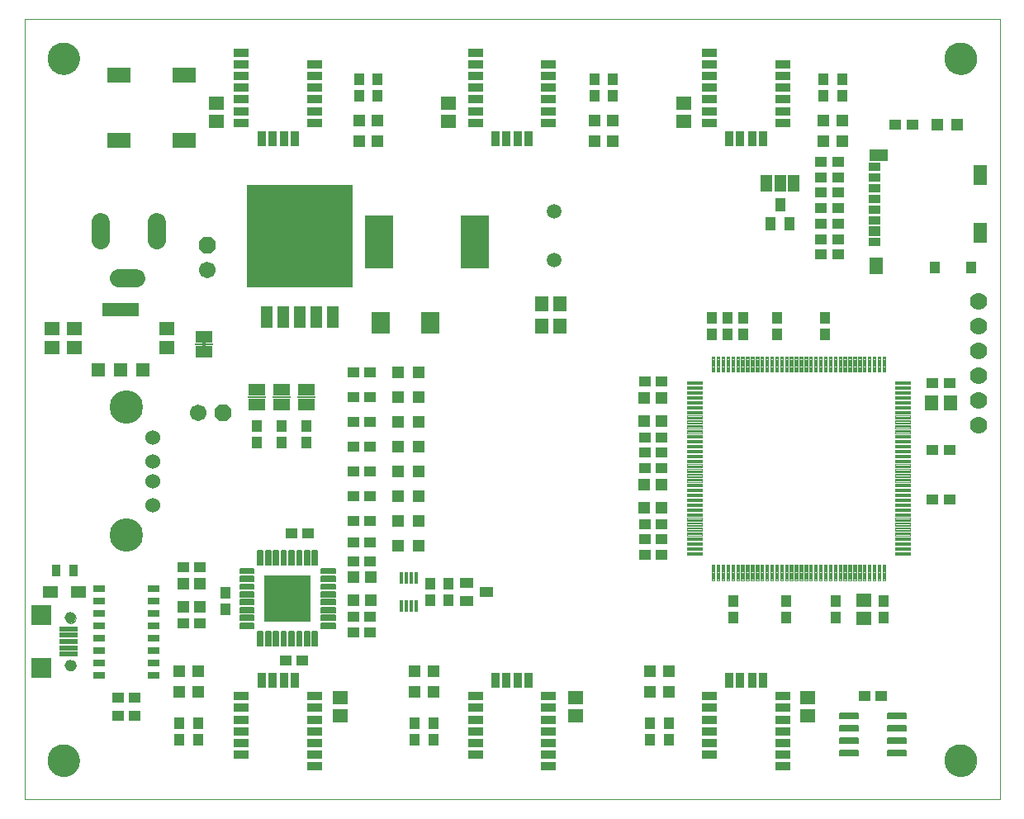
<source format=gts>
G75*
%MOIN*%
%OFA0B0*%
%FSLAX25Y25*%
%IPPOS*%
%LPD*%
%AMOC8*
5,1,8,0,0,1.08239X$1,22.5*
%
%ADD10C,0.00000*%
%ADD11R,0.05518X0.06306*%
%ADD12R,0.04731X0.04337*%
%ADD13R,0.04337X0.04731*%
%ADD14R,0.06306X0.05518*%
%ADD15R,0.03550X0.05124*%
%ADD16C,0.00376*%
%ADD17C,0.00641*%
%ADD18R,0.18904X0.18904*%
%ADD19R,0.05124X0.02762*%
%ADD20R,0.07290X0.01975*%
%ADD21R,0.08274X0.08274*%
%ADD22C,0.04534*%
%ADD23C,0.07487*%
%ADD24R,0.05124X0.05124*%
%ADD25R,0.09455X0.06306*%
%ADD26R,0.06700X0.05000*%
%ADD27R,0.01200X0.02900*%
%ADD28R,0.07200X0.00600*%
%ADD29C,0.07000*%
%ADD30R,0.05518X0.05518*%
%ADD31R,0.14573X0.05518*%
%ADD32R,0.06306X0.03550*%
%ADD33R,0.03550X0.06306*%
%ADD34R,0.04731X0.05124*%
%ADD35C,0.12998*%
%ADD36R,0.04731X0.03353*%
%ADD37R,0.04731X0.03746*%
%ADD38R,0.04731X0.03845*%
%ADD39R,0.04337X0.05124*%
%ADD40R,0.05715X0.07880*%
%ADD41R,0.07487X0.05006*%
%ADD42R,0.05715X0.06502*%
%ADD43R,0.06306X0.05124*%
%ADD44C,0.06022*%
%ADD45C,0.13455*%
%ADD46OC8,0.06700*%
%ADD47C,0.06700*%
%ADD48R,0.01400X0.04600*%
%ADD49R,0.05400X0.04337*%
%ADD50R,0.42920X0.41384*%
%ADD51R,0.04600X0.08900*%
%ADD52C,0.05943*%
%ADD53R,0.11817X0.21660*%
%ADD54R,0.07487X0.09061*%
%ADD55R,0.05000X0.06700*%
%ADD56R,0.04337X0.05400*%
%ADD57C,0.00681*%
D10*
X0146800Y0181800D02*
X0146800Y0496761D01*
X0540501Y0496761D01*
X0540501Y0181800D01*
X0146800Y0181800D01*
X0156249Y0197548D02*
X0156251Y0197706D01*
X0156257Y0197864D01*
X0156267Y0198022D01*
X0156281Y0198180D01*
X0156299Y0198337D01*
X0156320Y0198494D01*
X0156346Y0198650D01*
X0156376Y0198806D01*
X0156409Y0198961D01*
X0156447Y0199114D01*
X0156488Y0199267D01*
X0156533Y0199419D01*
X0156582Y0199570D01*
X0156635Y0199719D01*
X0156691Y0199867D01*
X0156751Y0200013D01*
X0156815Y0200158D01*
X0156883Y0200301D01*
X0156954Y0200443D01*
X0157028Y0200583D01*
X0157106Y0200720D01*
X0157188Y0200856D01*
X0157272Y0200990D01*
X0157361Y0201121D01*
X0157452Y0201250D01*
X0157547Y0201377D01*
X0157644Y0201502D01*
X0157745Y0201624D01*
X0157849Y0201743D01*
X0157956Y0201860D01*
X0158066Y0201974D01*
X0158179Y0202085D01*
X0158294Y0202194D01*
X0158412Y0202299D01*
X0158533Y0202401D01*
X0158656Y0202501D01*
X0158782Y0202597D01*
X0158910Y0202690D01*
X0159040Y0202780D01*
X0159173Y0202866D01*
X0159308Y0202950D01*
X0159444Y0203029D01*
X0159583Y0203106D01*
X0159724Y0203178D01*
X0159866Y0203248D01*
X0160010Y0203313D01*
X0160156Y0203375D01*
X0160303Y0203433D01*
X0160452Y0203488D01*
X0160602Y0203539D01*
X0160753Y0203586D01*
X0160905Y0203629D01*
X0161058Y0203668D01*
X0161213Y0203704D01*
X0161368Y0203735D01*
X0161524Y0203763D01*
X0161680Y0203787D01*
X0161837Y0203807D01*
X0161995Y0203823D01*
X0162152Y0203835D01*
X0162311Y0203843D01*
X0162469Y0203847D01*
X0162627Y0203847D01*
X0162785Y0203843D01*
X0162944Y0203835D01*
X0163101Y0203823D01*
X0163259Y0203807D01*
X0163416Y0203787D01*
X0163572Y0203763D01*
X0163728Y0203735D01*
X0163883Y0203704D01*
X0164038Y0203668D01*
X0164191Y0203629D01*
X0164343Y0203586D01*
X0164494Y0203539D01*
X0164644Y0203488D01*
X0164793Y0203433D01*
X0164940Y0203375D01*
X0165086Y0203313D01*
X0165230Y0203248D01*
X0165372Y0203178D01*
X0165513Y0203106D01*
X0165652Y0203029D01*
X0165788Y0202950D01*
X0165923Y0202866D01*
X0166056Y0202780D01*
X0166186Y0202690D01*
X0166314Y0202597D01*
X0166440Y0202501D01*
X0166563Y0202401D01*
X0166684Y0202299D01*
X0166802Y0202194D01*
X0166917Y0202085D01*
X0167030Y0201974D01*
X0167140Y0201860D01*
X0167247Y0201743D01*
X0167351Y0201624D01*
X0167452Y0201502D01*
X0167549Y0201377D01*
X0167644Y0201250D01*
X0167735Y0201121D01*
X0167824Y0200990D01*
X0167908Y0200856D01*
X0167990Y0200720D01*
X0168068Y0200583D01*
X0168142Y0200443D01*
X0168213Y0200301D01*
X0168281Y0200158D01*
X0168345Y0200013D01*
X0168405Y0199867D01*
X0168461Y0199719D01*
X0168514Y0199570D01*
X0168563Y0199419D01*
X0168608Y0199267D01*
X0168649Y0199114D01*
X0168687Y0198961D01*
X0168720Y0198806D01*
X0168750Y0198650D01*
X0168776Y0198494D01*
X0168797Y0198337D01*
X0168815Y0198180D01*
X0168829Y0198022D01*
X0168839Y0197864D01*
X0168845Y0197706D01*
X0168847Y0197548D01*
X0168845Y0197390D01*
X0168839Y0197232D01*
X0168829Y0197074D01*
X0168815Y0196916D01*
X0168797Y0196759D01*
X0168776Y0196602D01*
X0168750Y0196446D01*
X0168720Y0196290D01*
X0168687Y0196135D01*
X0168649Y0195982D01*
X0168608Y0195829D01*
X0168563Y0195677D01*
X0168514Y0195526D01*
X0168461Y0195377D01*
X0168405Y0195229D01*
X0168345Y0195083D01*
X0168281Y0194938D01*
X0168213Y0194795D01*
X0168142Y0194653D01*
X0168068Y0194513D01*
X0167990Y0194376D01*
X0167908Y0194240D01*
X0167824Y0194106D01*
X0167735Y0193975D01*
X0167644Y0193846D01*
X0167549Y0193719D01*
X0167452Y0193594D01*
X0167351Y0193472D01*
X0167247Y0193353D01*
X0167140Y0193236D01*
X0167030Y0193122D01*
X0166917Y0193011D01*
X0166802Y0192902D01*
X0166684Y0192797D01*
X0166563Y0192695D01*
X0166440Y0192595D01*
X0166314Y0192499D01*
X0166186Y0192406D01*
X0166056Y0192316D01*
X0165923Y0192230D01*
X0165788Y0192146D01*
X0165652Y0192067D01*
X0165513Y0191990D01*
X0165372Y0191918D01*
X0165230Y0191848D01*
X0165086Y0191783D01*
X0164940Y0191721D01*
X0164793Y0191663D01*
X0164644Y0191608D01*
X0164494Y0191557D01*
X0164343Y0191510D01*
X0164191Y0191467D01*
X0164038Y0191428D01*
X0163883Y0191392D01*
X0163728Y0191361D01*
X0163572Y0191333D01*
X0163416Y0191309D01*
X0163259Y0191289D01*
X0163101Y0191273D01*
X0162944Y0191261D01*
X0162785Y0191253D01*
X0162627Y0191249D01*
X0162469Y0191249D01*
X0162311Y0191253D01*
X0162152Y0191261D01*
X0161995Y0191273D01*
X0161837Y0191289D01*
X0161680Y0191309D01*
X0161524Y0191333D01*
X0161368Y0191361D01*
X0161213Y0191392D01*
X0161058Y0191428D01*
X0160905Y0191467D01*
X0160753Y0191510D01*
X0160602Y0191557D01*
X0160452Y0191608D01*
X0160303Y0191663D01*
X0160156Y0191721D01*
X0160010Y0191783D01*
X0159866Y0191848D01*
X0159724Y0191918D01*
X0159583Y0191990D01*
X0159444Y0192067D01*
X0159308Y0192146D01*
X0159173Y0192230D01*
X0159040Y0192316D01*
X0158910Y0192406D01*
X0158782Y0192499D01*
X0158656Y0192595D01*
X0158533Y0192695D01*
X0158412Y0192797D01*
X0158294Y0192902D01*
X0158179Y0193011D01*
X0158066Y0193122D01*
X0157956Y0193236D01*
X0157849Y0193353D01*
X0157745Y0193472D01*
X0157644Y0193594D01*
X0157547Y0193719D01*
X0157452Y0193846D01*
X0157361Y0193975D01*
X0157272Y0194106D01*
X0157188Y0194240D01*
X0157106Y0194376D01*
X0157028Y0194513D01*
X0156954Y0194653D01*
X0156883Y0194795D01*
X0156815Y0194938D01*
X0156751Y0195083D01*
X0156691Y0195229D01*
X0156635Y0195377D01*
X0156582Y0195526D01*
X0156533Y0195677D01*
X0156488Y0195829D01*
X0156447Y0195982D01*
X0156409Y0196135D01*
X0156376Y0196290D01*
X0156346Y0196446D01*
X0156320Y0196602D01*
X0156299Y0196759D01*
X0156281Y0196916D01*
X0156267Y0197074D01*
X0156257Y0197232D01*
X0156251Y0197390D01*
X0156249Y0197548D01*
X0163355Y0236003D02*
X0163357Y0236094D01*
X0163363Y0236184D01*
X0163373Y0236275D01*
X0163387Y0236364D01*
X0163405Y0236453D01*
X0163426Y0236542D01*
X0163452Y0236629D01*
X0163481Y0236715D01*
X0163515Y0236799D01*
X0163551Y0236882D01*
X0163592Y0236964D01*
X0163636Y0237043D01*
X0163683Y0237121D01*
X0163734Y0237196D01*
X0163788Y0237269D01*
X0163845Y0237339D01*
X0163905Y0237407D01*
X0163968Y0237473D01*
X0164034Y0237535D01*
X0164103Y0237594D01*
X0164174Y0237651D01*
X0164248Y0237704D01*
X0164324Y0237754D01*
X0164402Y0237801D01*
X0164482Y0237844D01*
X0164563Y0237883D01*
X0164647Y0237919D01*
X0164732Y0237951D01*
X0164818Y0237980D01*
X0164905Y0238004D01*
X0164994Y0238025D01*
X0165083Y0238042D01*
X0165173Y0238055D01*
X0165263Y0238064D01*
X0165354Y0238069D01*
X0165445Y0238070D01*
X0165535Y0238067D01*
X0165626Y0238060D01*
X0165716Y0238049D01*
X0165806Y0238034D01*
X0165895Y0238015D01*
X0165983Y0237993D01*
X0166069Y0237966D01*
X0166155Y0237936D01*
X0166239Y0237902D01*
X0166322Y0237864D01*
X0166403Y0237823D01*
X0166482Y0237778D01*
X0166559Y0237729D01*
X0166633Y0237678D01*
X0166706Y0237623D01*
X0166776Y0237565D01*
X0166843Y0237504D01*
X0166907Y0237440D01*
X0166969Y0237374D01*
X0167028Y0237304D01*
X0167083Y0237233D01*
X0167136Y0237158D01*
X0167185Y0237082D01*
X0167231Y0237004D01*
X0167273Y0236923D01*
X0167312Y0236841D01*
X0167347Y0236757D01*
X0167378Y0236672D01*
X0167405Y0236585D01*
X0167429Y0236498D01*
X0167449Y0236409D01*
X0167465Y0236320D01*
X0167477Y0236230D01*
X0167485Y0236139D01*
X0167489Y0236048D01*
X0167489Y0235958D01*
X0167485Y0235867D01*
X0167477Y0235776D01*
X0167465Y0235686D01*
X0167449Y0235597D01*
X0167429Y0235508D01*
X0167405Y0235421D01*
X0167378Y0235334D01*
X0167347Y0235249D01*
X0167312Y0235165D01*
X0167273Y0235083D01*
X0167231Y0235002D01*
X0167185Y0234924D01*
X0167136Y0234848D01*
X0167083Y0234773D01*
X0167028Y0234702D01*
X0166969Y0234632D01*
X0166907Y0234566D01*
X0166843Y0234502D01*
X0166776Y0234441D01*
X0166706Y0234383D01*
X0166633Y0234328D01*
X0166559Y0234277D01*
X0166482Y0234228D01*
X0166403Y0234183D01*
X0166322Y0234142D01*
X0166239Y0234104D01*
X0166155Y0234070D01*
X0166069Y0234040D01*
X0165983Y0234013D01*
X0165895Y0233991D01*
X0165806Y0233972D01*
X0165716Y0233957D01*
X0165626Y0233946D01*
X0165535Y0233939D01*
X0165445Y0233936D01*
X0165354Y0233937D01*
X0165263Y0233942D01*
X0165173Y0233951D01*
X0165083Y0233964D01*
X0164994Y0233981D01*
X0164905Y0234002D01*
X0164818Y0234026D01*
X0164732Y0234055D01*
X0164647Y0234087D01*
X0164563Y0234123D01*
X0164482Y0234162D01*
X0164402Y0234205D01*
X0164324Y0234252D01*
X0164248Y0234302D01*
X0164174Y0234355D01*
X0164103Y0234412D01*
X0164034Y0234471D01*
X0163968Y0234533D01*
X0163905Y0234599D01*
X0163845Y0234667D01*
X0163788Y0234737D01*
X0163734Y0234810D01*
X0163683Y0234885D01*
X0163636Y0234963D01*
X0163592Y0235042D01*
X0163551Y0235124D01*
X0163515Y0235207D01*
X0163481Y0235291D01*
X0163452Y0235377D01*
X0163426Y0235464D01*
X0163405Y0235553D01*
X0163387Y0235642D01*
X0163373Y0235731D01*
X0163363Y0235822D01*
X0163357Y0235912D01*
X0163355Y0236003D01*
X0163355Y0255097D02*
X0163357Y0255188D01*
X0163363Y0255278D01*
X0163373Y0255369D01*
X0163387Y0255458D01*
X0163405Y0255547D01*
X0163426Y0255636D01*
X0163452Y0255723D01*
X0163481Y0255809D01*
X0163515Y0255893D01*
X0163551Y0255976D01*
X0163592Y0256058D01*
X0163636Y0256137D01*
X0163683Y0256215D01*
X0163734Y0256290D01*
X0163788Y0256363D01*
X0163845Y0256433D01*
X0163905Y0256501D01*
X0163968Y0256567D01*
X0164034Y0256629D01*
X0164103Y0256688D01*
X0164174Y0256745D01*
X0164248Y0256798D01*
X0164324Y0256848D01*
X0164402Y0256895D01*
X0164482Y0256938D01*
X0164563Y0256977D01*
X0164647Y0257013D01*
X0164732Y0257045D01*
X0164818Y0257074D01*
X0164905Y0257098D01*
X0164994Y0257119D01*
X0165083Y0257136D01*
X0165173Y0257149D01*
X0165263Y0257158D01*
X0165354Y0257163D01*
X0165445Y0257164D01*
X0165535Y0257161D01*
X0165626Y0257154D01*
X0165716Y0257143D01*
X0165806Y0257128D01*
X0165895Y0257109D01*
X0165983Y0257087D01*
X0166069Y0257060D01*
X0166155Y0257030D01*
X0166239Y0256996D01*
X0166322Y0256958D01*
X0166403Y0256917D01*
X0166482Y0256872D01*
X0166559Y0256823D01*
X0166633Y0256772D01*
X0166706Y0256717D01*
X0166776Y0256659D01*
X0166843Y0256598D01*
X0166907Y0256534D01*
X0166969Y0256468D01*
X0167028Y0256398D01*
X0167083Y0256327D01*
X0167136Y0256252D01*
X0167185Y0256176D01*
X0167231Y0256098D01*
X0167273Y0256017D01*
X0167312Y0255935D01*
X0167347Y0255851D01*
X0167378Y0255766D01*
X0167405Y0255679D01*
X0167429Y0255592D01*
X0167449Y0255503D01*
X0167465Y0255414D01*
X0167477Y0255324D01*
X0167485Y0255233D01*
X0167489Y0255142D01*
X0167489Y0255052D01*
X0167485Y0254961D01*
X0167477Y0254870D01*
X0167465Y0254780D01*
X0167449Y0254691D01*
X0167429Y0254602D01*
X0167405Y0254515D01*
X0167378Y0254428D01*
X0167347Y0254343D01*
X0167312Y0254259D01*
X0167273Y0254177D01*
X0167231Y0254096D01*
X0167185Y0254018D01*
X0167136Y0253942D01*
X0167083Y0253867D01*
X0167028Y0253796D01*
X0166969Y0253726D01*
X0166907Y0253660D01*
X0166843Y0253596D01*
X0166776Y0253535D01*
X0166706Y0253477D01*
X0166633Y0253422D01*
X0166559Y0253371D01*
X0166482Y0253322D01*
X0166403Y0253277D01*
X0166322Y0253236D01*
X0166239Y0253198D01*
X0166155Y0253164D01*
X0166069Y0253134D01*
X0165983Y0253107D01*
X0165895Y0253085D01*
X0165806Y0253066D01*
X0165716Y0253051D01*
X0165626Y0253040D01*
X0165535Y0253033D01*
X0165445Y0253030D01*
X0165354Y0253031D01*
X0165263Y0253036D01*
X0165173Y0253045D01*
X0165083Y0253058D01*
X0164994Y0253075D01*
X0164905Y0253096D01*
X0164818Y0253120D01*
X0164732Y0253149D01*
X0164647Y0253181D01*
X0164563Y0253217D01*
X0164482Y0253256D01*
X0164402Y0253299D01*
X0164324Y0253346D01*
X0164248Y0253396D01*
X0164174Y0253449D01*
X0164103Y0253506D01*
X0164034Y0253565D01*
X0163968Y0253627D01*
X0163905Y0253693D01*
X0163845Y0253761D01*
X0163788Y0253831D01*
X0163734Y0253904D01*
X0163683Y0253979D01*
X0163636Y0254057D01*
X0163592Y0254136D01*
X0163551Y0254218D01*
X0163515Y0254301D01*
X0163481Y0254385D01*
X0163452Y0254471D01*
X0163426Y0254558D01*
X0163405Y0254647D01*
X0163387Y0254736D01*
X0163373Y0254825D01*
X0163363Y0254916D01*
X0163357Y0255006D01*
X0163355Y0255097D01*
X0156249Y0481013D02*
X0156251Y0481171D01*
X0156257Y0481329D01*
X0156267Y0481487D01*
X0156281Y0481645D01*
X0156299Y0481802D01*
X0156320Y0481959D01*
X0156346Y0482115D01*
X0156376Y0482271D01*
X0156409Y0482426D01*
X0156447Y0482579D01*
X0156488Y0482732D01*
X0156533Y0482884D01*
X0156582Y0483035D01*
X0156635Y0483184D01*
X0156691Y0483332D01*
X0156751Y0483478D01*
X0156815Y0483623D01*
X0156883Y0483766D01*
X0156954Y0483908D01*
X0157028Y0484048D01*
X0157106Y0484185D01*
X0157188Y0484321D01*
X0157272Y0484455D01*
X0157361Y0484586D01*
X0157452Y0484715D01*
X0157547Y0484842D01*
X0157644Y0484967D01*
X0157745Y0485089D01*
X0157849Y0485208D01*
X0157956Y0485325D01*
X0158066Y0485439D01*
X0158179Y0485550D01*
X0158294Y0485659D01*
X0158412Y0485764D01*
X0158533Y0485866D01*
X0158656Y0485966D01*
X0158782Y0486062D01*
X0158910Y0486155D01*
X0159040Y0486245D01*
X0159173Y0486331D01*
X0159308Y0486415D01*
X0159444Y0486494D01*
X0159583Y0486571D01*
X0159724Y0486643D01*
X0159866Y0486713D01*
X0160010Y0486778D01*
X0160156Y0486840D01*
X0160303Y0486898D01*
X0160452Y0486953D01*
X0160602Y0487004D01*
X0160753Y0487051D01*
X0160905Y0487094D01*
X0161058Y0487133D01*
X0161213Y0487169D01*
X0161368Y0487200D01*
X0161524Y0487228D01*
X0161680Y0487252D01*
X0161837Y0487272D01*
X0161995Y0487288D01*
X0162152Y0487300D01*
X0162311Y0487308D01*
X0162469Y0487312D01*
X0162627Y0487312D01*
X0162785Y0487308D01*
X0162944Y0487300D01*
X0163101Y0487288D01*
X0163259Y0487272D01*
X0163416Y0487252D01*
X0163572Y0487228D01*
X0163728Y0487200D01*
X0163883Y0487169D01*
X0164038Y0487133D01*
X0164191Y0487094D01*
X0164343Y0487051D01*
X0164494Y0487004D01*
X0164644Y0486953D01*
X0164793Y0486898D01*
X0164940Y0486840D01*
X0165086Y0486778D01*
X0165230Y0486713D01*
X0165372Y0486643D01*
X0165513Y0486571D01*
X0165652Y0486494D01*
X0165788Y0486415D01*
X0165923Y0486331D01*
X0166056Y0486245D01*
X0166186Y0486155D01*
X0166314Y0486062D01*
X0166440Y0485966D01*
X0166563Y0485866D01*
X0166684Y0485764D01*
X0166802Y0485659D01*
X0166917Y0485550D01*
X0167030Y0485439D01*
X0167140Y0485325D01*
X0167247Y0485208D01*
X0167351Y0485089D01*
X0167452Y0484967D01*
X0167549Y0484842D01*
X0167644Y0484715D01*
X0167735Y0484586D01*
X0167824Y0484455D01*
X0167908Y0484321D01*
X0167990Y0484185D01*
X0168068Y0484048D01*
X0168142Y0483908D01*
X0168213Y0483766D01*
X0168281Y0483623D01*
X0168345Y0483478D01*
X0168405Y0483332D01*
X0168461Y0483184D01*
X0168514Y0483035D01*
X0168563Y0482884D01*
X0168608Y0482732D01*
X0168649Y0482579D01*
X0168687Y0482426D01*
X0168720Y0482271D01*
X0168750Y0482115D01*
X0168776Y0481959D01*
X0168797Y0481802D01*
X0168815Y0481645D01*
X0168829Y0481487D01*
X0168839Y0481329D01*
X0168845Y0481171D01*
X0168847Y0481013D01*
X0168845Y0480855D01*
X0168839Y0480697D01*
X0168829Y0480539D01*
X0168815Y0480381D01*
X0168797Y0480224D01*
X0168776Y0480067D01*
X0168750Y0479911D01*
X0168720Y0479755D01*
X0168687Y0479600D01*
X0168649Y0479447D01*
X0168608Y0479294D01*
X0168563Y0479142D01*
X0168514Y0478991D01*
X0168461Y0478842D01*
X0168405Y0478694D01*
X0168345Y0478548D01*
X0168281Y0478403D01*
X0168213Y0478260D01*
X0168142Y0478118D01*
X0168068Y0477978D01*
X0167990Y0477841D01*
X0167908Y0477705D01*
X0167824Y0477571D01*
X0167735Y0477440D01*
X0167644Y0477311D01*
X0167549Y0477184D01*
X0167452Y0477059D01*
X0167351Y0476937D01*
X0167247Y0476818D01*
X0167140Y0476701D01*
X0167030Y0476587D01*
X0166917Y0476476D01*
X0166802Y0476367D01*
X0166684Y0476262D01*
X0166563Y0476160D01*
X0166440Y0476060D01*
X0166314Y0475964D01*
X0166186Y0475871D01*
X0166056Y0475781D01*
X0165923Y0475695D01*
X0165788Y0475611D01*
X0165652Y0475532D01*
X0165513Y0475455D01*
X0165372Y0475383D01*
X0165230Y0475313D01*
X0165086Y0475248D01*
X0164940Y0475186D01*
X0164793Y0475128D01*
X0164644Y0475073D01*
X0164494Y0475022D01*
X0164343Y0474975D01*
X0164191Y0474932D01*
X0164038Y0474893D01*
X0163883Y0474857D01*
X0163728Y0474826D01*
X0163572Y0474798D01*
X0163416Y0474774D01*
X0163259Y0474754D01*
X0163101Y0474738D01*
X0162944Y0474726D01*
X0162785Y0474718D01*
X0162627Y0474714D01*
X0162469Y0474714D01*
X0162311Y0474718D01*
X0162152Y0474726D01*
X0161995Y0474738D01*
X0161837Y0474754D01*
X0161680Y0474774D01*
X0161524Y0474798D01*
X0161368Y0474826D01*
X0161213Y0474857D01*
X0161058Y0474893D01*
X0160905Y0474932D01*
X0160753Y0474975D01*
X0160602Y0475022D01*
X0160452Y0475073D01*
X0160303Y0475128D01*
X0160156Y0475186D01*
X0160010Y0475248D01*
X0159866Y0475313D01*
X0159724Y0475383D01*
X0159583Y0475455D01*
X0159444Y0475532D01*
X0159308Y0475611D01*
X0159173Y0475695D01*
X0159040Y0475781D01*
X0158910Y0475871D01*
X0158782Y0475964D01*
X0158656Y0476060D01*
X0158533Y0476160D01*
X0158412Y0476262D01*
X0158294Y0476367D01*
X0158179Y0476476D01*
X0158066Y0476587D01*
X0157956Y0476701D01*
X0157849Y0476818D01*
X0157745Y0476937D01*
X0157644Y0477059D01*
X0157547Y0477184D01*
X0157452Y0477311D01*
X0157361Y0477440D01*
X0157272Y0477571D01*
X0157188Y0477705D01*
X0157106Y0477841D01*
X0157028Y0477978D01*
X0156954Y0478118D01*
X0156883Y0478260D01*
X0156815Y0478403D01*
X0156751Y0478548D01*
X0156691Y0478694D01*
X0156635Y0478842D01*
X0156582Y0478991D01*
X0156533Y0479142D01*
X0156488Y0479294D01*
X0156447Y0479447D01*
X0156409Y0479600D01*
X0156376Y0479755D01*
X0156346Y0479911D01*
X0156320Y0480067D01*
X0156299Y0480224D01*
X0156281Y0480381D01*
X0156267Y0480539D01*
X0156257Y0480697D01*
X0156251Y0480855D01*
X0156249Y0481013D01*
X0518454Y0481013D02*
X0518456Y0481171D01*
X0518462Y0481329D01*
X0518472Y0481487D01*
X0518486Y0481645D01*
X0518504Y0481802D01*
X0518525Y0481959D01*
X0518551Y0482115D01*
X0518581Y0482271D01*
X0518614Y0482426D01*
X0518652Y0482579D01*
X0518693Y0482732D01*
X0518738Y0482884D01*
X0518787Y0483035D01*
X0518840Y0483184D01*
X0518896Y0483332D01*
X0518956Y0483478D01*
X0519020Y0483623D01*
X0519088Y0483766D01*
X0519159Y0483908D01*
X0519233Y0484048D01*
X0519311Y0484185D01*
X0519393Y0484321D01*
X0519477Y0484455D01*
X0519566Y0484586D01*
X0519657Y0484715D01*
X0519752Y0484842D01*
X0519849Y0484967D01*
X0519950Y0485089D01*
X0520054Y0485208D01*
X0520161Y0485325D01*
X0520271Y0485439D01*
X0520384Y0485550D01*
X0520499Y0485659D01*
X0520617Y0485764D01*
X0520738Y0485866D01*
X0520861Y0485966D01*
X0520987Y0486062D01*
X0521115Y0486155D01*
X0521245Y0486245D01*
X0521378Y0486331D01*
X0521513Y0486415D01*
X0521649Y0486494D01*
X0521788Y0486571D01*
X0521929Y0486643D01*
X0522071Y0486713D01*
X0522215Y0486778D01*
X0522361Y0486840D01*
X0522508Y0486898D01*
X0522657Y0486953D01*
X0522807Y0487004D01*
X0522958Y0487051D01*
X0523110Y0487094D01*
X0523263Y0487133D01*
X0523418Y0487169D01*
X0523573Y0487200D01*
X0523729Y0487228D01*
X0523885Y0487252D01*
X0524042Y0487272D01*
X0524200Y0487288D01*
X0524357Y0487300D01*
X0524516Y0487308D01*
X0524674Y0487312D01*
X0524832Y0487312D01*
X0524990Y0487308D01*
X0525149Y0487300D01*
X0525306Y0487288D01*
X0525464Y0487272D01*
X0525621Y0487252D01*
X0525777Y0487228D01*
X0525933Y0487200D01*
X0526088Y0487169D01*
X0526243Y0487133D01*
X0526396Y0487094D01*
X0526548Y0487051D01*
X0526699Y0487004D01*
X0526849Y0486953D01*
X0526998Y0486898D01*
X0527145Y0486840D01*
X0527291Y0486778D01*
X0527435Y0486713D01*
X0527577Y0486643D01*
X0527718Y0486571D01*
X0527857Y0486494D01*
X0527993Y0486415D01*
X0528128Y0486331D01*
X0528261Y0486245D01*
X0528391Y0486155D01*
X0528519Y0486062D01*
X0528645Y0485966D01*
X0528768Y0485866D01*
X0528889Y0485764D01*
X0529007Y0485659D01*
X0529122Y0485550D01*
X0529235Y0485439D01*
X0529345Y0485325D01*
X0529452Y0485208D01*
X0529556Y0485089D01*
X0529657Y0484967D01*
X0529754Y0484842D01*
X0529849Y0484715D01*
X0529940Y0484586D01*
X0530029Y0484455D01*
X0530113Y0484321D01*
X0530195Y0484185D01*
X0530273Y0484048D01*
X0530347Y0483908D01*
X0530418Y0483766D01*
X0530486Y0483623D01*
X0530550Y0483478D01*
X0530610Y0483332D01*
X0530666Y0483184D01*
X0530719Y0483035D01*
X0530768Y0482884D01*
X0530813Y0482732D01*
X0530854Y0482579D01*
X0530892Y0482426D01*
X0530925Y0482271D01*
X0530955Y0482115D01*
X0530981Y0481959D01*
X0531002Y0481802D01*
X0531020Y0481645D01*
X0531034Y0481487D01*
X0531044Y0481329D01*
X0531050Y0481171D01*
X0531052Y0481013D01*
X0531050Y0480855D01*
X0531044Y0480697D01*
X0531034Y0480539D01*
X0531020Y0480381D01*
X0531002Y0480224D01*
X0530981Y0480067D01*
X0530955Y0479911D01*
X0530925Y0479755D01*
X0530892Y0479600D01*
X0530854Y0479447D01*
X0530813Y0479294D01*
X0530768Y0479142D01*
X0530719Y0478991D01*
X0530666Y0478842D01*
X0530610Y0478694D01*
X0530550Y0478548D01*
X0530486Y0478403D01*
X0530418Y0478260D01*
X0530347Y0478118D01*
X0530273Y0477978D01*
X0530195Y0477841D01*
X0530113Y0477705D01*
X0530029Y0477571D01*
X0529940Y0477440D01*
X0529849Y0477311D01*
X0529754Y0477184D01*
X0529657Y0477059D01*
X0529556Y0476937D01*
X0529452Y0476818D01*
X0529345Y0476701D01*
X0529235Y0476587D01*
X0529122Y0476476D01*
X0529007Y0476367D01*
X0528889Y0476262D01*
X0528768Y0476160D01*
X0528645Y0476060D01*
X0528519Y0475964D01*
X0528391Y0475871D01*
X0528261Y0475781D01*
X0528128Y0475695D01*
X0527993Y0475611D01*
X0527857Y0475532D01*
X0527718Y0475455D01*
X0527577Y0475383D01*
X0527435Y0475313D01*
X0527291Y0475248D01*
X0527145Y0475186D01*
X0526998Y0475128D01*
X0526849Y0475073D01*
X0526699Y0475022D01*
X0526548Y0474975D01*
X0526396Y0474932D01*
X0526243Y0474893D01*
X0526088Y0474857D01*
X0525933Y0474826D01*
X0525777Y0474798D01*
X0525621Y0474774D01*
X0525464Y0474754D01*
X0525306Y0474738D01*
X0525149Y0474726D01*
X0524990Y0474718D01*
X0524832Y0474714D01*
X0524674Y0474714D01*
X0524516Y0474718D01*
X0524357Y0474726D01*
X0524200Y0474738D01*
X0524042Y0474754D01*
X0523885Y0474774D01*
X0523729Y0474798D01*
X0523573Y0474826D01*
X0523418Y0474857D01*
X0523263Y0474893D01*
X0523110Y0474932D01*
X0522958Y0474975D01*
X0522807Y0475022D01*
X0522657Y0475073D01*
X0522508Y0475128D01*
X0522361Y0475186D01*
X0522215Y0475248D01*
X0522071Y0475313D01*
X0521929Y0475383D01*
X0521788Y0475455D01*
X0521649Y0475532D01*
X0521513Y0475611D01*
X0521378Y0475695D01*
X0521245Y0475781D01*
X0521115Y0475871D01*
X0520987Y0475964D01*
X0520861Y0476060D01*
X0520738Y0476160D01*
X0520617Y0476262D01*
X0520499Y0476367D01*
X0520384Y0476476D01*
X0520271Y0476587D01*
X0520161Y0476701D01*
X0520054Y0476818D01*
X0519950Y0476937D01*
X0519849Y0477059D01*
X0519752Y0477184D01*
X0519657Y0477311D01*
X0519566Y0477440D01*
X0519477Y0477571D01*
X0519393Y0477705D01*
X0519311Y0477841D01*
X0519233Y0477978D01*
X0519159Y0478118D01*
X0519088Y0478260D01*
X0519020Y0478403D01*
X0518956Y0478548D01*
X0518896Y0478694D01*
X0518840Y0478842D01*
X0518787Y0478991D01*
X0518738Y0479142D01*
X0518693Y0479294D01*
X0518652Y0479447D01*
X0518614Y0479600D01*
X0518581Y0479755D01*
X0518551Y0479911D01*
X0518525Y0480067D01*
X0518504Y0480224D01*
X0518486Y0480381D01*
X0518472Y0480539D01*
X0518462Y0480697D01*
X0518456Y0480855D01*
X0518454Y0481013D01*
X0518454Y0197548D02*
X0518456Y0197706D01*
X0518462Y0197864D01*
X0518472Y0198022D01*
X0518486Y0198180D01*
X0518504Y0198337D01*
X0518525Y0198494D01*
X0518551Y0198650D01*
X0518581Y0198806D01*
X0518614Y0198961D01*
X0518652Y0199114D01*
X0518693Y0199267D01*
X0518738Y0199419D01*
X0518787Y0199570D01*
X0518840Y0199719D01*
X0518896Y0199867D01*
X0518956Y0200013D01*
X0519020Y0200158D01*
X0519088Y0200301D01*
X0519159Y0200443D01*
X0519233Y0200583D01*
X0519311Y0200720D01*
X0519393Y0200856D01*
X0519477Y0200990D01*
X0519566Y0201121D01*
X0519657Y0201250D01*
X0519752Y0201377D01*
X0519849Y0201502D01*
X0519950Y0201624D01*
X0520054Y0201743D01*
X0520161Y0201860D01*
X0520271Y0201974D01*
X0520384Y0202085D01*
X0520499Y0202194D01*
X0520617Y0202299D01*
X0520738Y0202401D01*
X0520861Y0202501D01*
X0520987Y0202597D01*
X0521115Y0202690D01*
X0521245Y0202780D01*
X0521378Y0202866D01*
X0521513Y0202950D01*
X0521649Y0203029D01*
X0521788Y0203106D01*
X0521929Y0203178D01*
X0522071Y0203248D01*
X0522215Y0203313D01*
X0522361Y0203375D01*
X0522508Y0203433D01*
X0522657Y0203488D01*
X0522807Y0203539D01*
X0522958Y0203586D01*
X0523110Y0203629D01*
X0523263Y0203668D01*
X0523418Y0203704D01*
X0523573Y0203735D01*
X0523729Y0203763D01*
X0523885Y0203787D01*
X0524042Y0203807D01*
X0524200Y0203823D01*
X0524357Y0203835D01*
X0524516Y0203843D01*
X0524674Y0203847D01*
X0524832Y0203847D01*
X0524990Y0203843D01*
X0525149Y0203835D01*
X0525306Y0203823D01*
X0525464Y0203807D01*
X0525621Y0203787D01*
X0525777Y0203763D01*
X0525933Y0203735D01*
X0526088Y0203704D01*
X0526243Y0203668D01*
X0526396Y0203629D01*
X0526548Y0203586D01*
X0526699Y0203539D01*
X0526849Y0203488D01*
X0526998Y0203433D01*
X0527145Y0203375D01*
X0527291Y0203313D01*
X0527435Y0203248D01*
X0527577Y0203178D01*
X0527718Y0203106D01*
X0527857Y0203029D01*
X0527993Y0202950D01*
X0528128Y0202866D01*
X0528261Y0202780D01*
X0528391Y0202690D01*
X0528519Y0202597D01*
X0528645Y0202501D01*
X0528768Y0202401D01*
X0528889Y0202299D01*
X0529007Y0202194D01*
X0529122Y0202085D01*
X0529235Y0201974D01*
X0529345Y0201860D01*
X0529452Y0201743D01*
X0529556Y0201624D01*
X0529657Y0201502D01*
X0529754Y0201377D01*
X0529849Y0201250D01*
X0529940Y0201121D01*
X0530029Y0200990D01*
X0530113Y0200856D01*
X0530195Y0200720D01*
X0530273Y0200583D01*
X0530347Y0200443D01*
X0530418Y0200301D01*
X0530486Y0200158D01*
X0530550Y0200013D01*
X0530610Y0199867D01*
X0530666Y0199719D01*
X0530719Y0199570D01*
X0530768Y0199419D01*
X0530813Y0199267D01*
X0530854Y0199114D01*
X0530892Y0198961D01*
X0530925Y0198806D01*
X0530955Y0198650D01*
X0530981Y0198494D01*
X0531002Y0198337D01*
X0531020Y0198180D01*
X0531034Y0198022D01*
X0531044Y0197864D01*
X0531050Y0197706D01*
X0531052Y0197548D01*
X0531050Y0197390D01*
X0531044Y0197232D01*
X0531034Y0197074D01*
X0531020Y0196916D01*
X0531002Y0196759D01*
X0530981Y0196602D01*
X0530955Y0196446D01*
X0530925Y0196290D01*
X0530892Y0196135D01*
X0530854Y0195982D01*
X0530813Y0195829D01*
X0530768Y0195677D01*
X0530719Y0195526D01*
X0530666Y0195377D01*
X0530610Y0195229D01*
X0530550Y0195083D01*
X0530486Y0194938D01*
X0530418Y0194795D01*
X0530347Y0194653D01*
X0530273Y0194513D01*
X0530195Y0194376D01*
X0530113Y0194240D01*
X0530029Y0194106D01*
X0529940Y0193975D01*
X0529849Y0193846D01*
X0529754Y0193719D01*
X0529657Y0193594D01*
X0529556Y0193472D01*
X0529452Y0193353D01*
X0529345Y0193236D01*
X0529235Y0193122D01*
X0529122Y0193011D01*
X0529007Y0192902D01*
X0528889Y0192797D01*
X0528768Y0192695D01*
X0528645Y0192595D01*
X0528519Y0192499D01*
X0528391Y0192406D01*
X0528261Y0192316D01*
X0528128Y0192230D01*
X0527993Y0192146D01*
X0527857Y0192067D01*
X0527718Y0191990D01*
X0527577Y0191918D01*
X0527435Y0191848D01*
X0527291Y0191783D01*
X0527145Y0191721D01*
X0526998Y0191663D01*
X0526849Y0191608D01*
X0526699Y0191557D01*
X0526548Y0191510D01*
X0526396Y0191467D01*
X0526243Y0191428D01*
X0526088Y0191392D01*
X0525933Y0191361D01*
X0525777Y0191333D01*
X0525621Y0191309D01*
X0525464Y0191289D01*
X0525306Y0191273D01*
X0525149Y0191261D01*
X0524990Y0191253D01*
X0524832Y0191249D01*
X0524674Y0191249D01*
X0524516Y0191253D01*
X0524357Y0191261D01*
X0524200Y0191273D01*
X0524042Y0191289D01*
X0523885Y0191309D01*
X0523729Y0191333D01*
X0523573Y0191361D01*
X0523418Y0191392D01*
X0523263Y0191428D01*
X0523110Y0191467D01*
X0522958Y0191510D01*
X0522807Y0191557D01*
X0522657Y0191608D01*
X0522508Y0191663D01*
X0522361Y0191721D01*
X0522215Y0191783D01*
X0522071Y0191848D01*
X0521929Y0191918D01*
X0521788Y0191990D01*
X0521649Y0192067D01*
X0521513Y0192146D01*
X0521378Y0192230D01*
X0521245Y0192316D01*
X0521115Y0192406D01*
X0520987Y0192499D01*
X0520861Y0192595D01*
X0520738Y0192695D01*
X0520617Y0192797D01*
X0520499Y0192902D01*
X0520384Y0193011D01*
X0520271Y0193122D01*
X0520161Y0193236D01*
X0520054Y0193353D01*
X0519950Y0193472D01*
X0519849Y0193594D01*
X0519752Y0193719D01*
X0519657Y0193846D01*
X0519566Y0193975D01*
X0519477Y0194106D01*
X0519393Y0194240D01*
X0519311Y0194376D01*
X0519233Y0194513D01*
X0519159Y0194653D01*
X0519088Y0194795D01*
X0519020Y0194938D01*
X0518956Y0195083D01*
X0518896Y0195229D01*
X0518840Y0195377D01*
X0518787Y0195526D01*
X0518738Y0195677D01*
X0518693Y0195829D01*
X0518652Y0195982D01*
X0518614Y0196135D01*
X0518581Y0196290D01*
X0518551Y0196446D01*
X0518525Y0196602D01*
X0518504Y0196759D01*
X0518486Y0196916D01*
X0518472Y0197074D01*
X0518462Y0197232D01*
X0518456Y0197390D01*
X0518454Y0197548D01*
D11*
X0520540Y0341800D03*
X0513060Y0341800D03*
X0363040Y0373050D03*
X0355560Y0373050D03*
X0355560Y0381800D03*
X0363040Y0381800D03*
D12*
X0397204Y0350550D03*
X0403896Y0350550D03*
X0403896Y0328050D03*
X0403896Y0321800D03*
X0403896Y0315550D03*
X0397204Y0315550D03*
X0397204Y0321800D03*
X0397204Y0328050D03*
X0397204Y0293050D03*
X0397204Y0286800D03*
X0397204Y0280550D03*
X0403896Y0280550D03*
X0403896Y0286800D03*
X0403896Y0293050D03*
X0485954Y0223675D03*
X0492646Y0223675D03*
X0513454Y0303050D03*
X0520146Y0303050D03*
X0520146Y0323050D03*
X0513454Y0323050D03*
X0513454Y0349925D03*
X0520146Y0349925D03*
X0475146Y0401800D03*
X0475146Y0408050D03*
X0475146Y0414300D03*
X0475146Y0420550D03*
X0475146Y0426800D03*
X0475146Y0433050D03*
X0475146Y0439300D03*
X0468454Y0439300D03*
X0468454Y0433050D03*
X0468454Y0426800D03*
X0468454Y0420550D03*
X0468454Y0414300D03*
X0468454Y0408050D03*
X0468454Y0401800D03*
X0498454Y0454300D03*
X0505146Y0454300D03*
X0286396Y0354300D03*
X0279704Y0354300D03*
X0279704Y0344300D03*
X0286396Y0344300D03*
X0286396Y0334300D03*
X0279704Y0334300D03*
X0279704Y0324300D03*
X0286396Y0324300D03*
X0286396Y0314300D03*
X0279704Y0314300D03*
X0279704Y0304300D03*
X0286396Y0304300D03*
X0286396Y0294300D03*
X0279704Y0294300D03*
X0279704Y0285550D03*
X0286396Y0285550D03*
X0286396Y0278050D03*
X0279704Y0278050D03*
X0261396Y0289300D03*
X0254704Y0289300D03*
X0217646Y0275550D03*
X0210954Y0275550D03*
X0210954Y0253050D03*
X0217646Y0253050D03*
X0252204Y0238050D03*
X0258896Y0238050D03*
X0279704Y0249300D03*
X0279704Y0255550D03*
X0286396Y0255550D03*
X0286396Y0249300D03*
X0191396Y0223050D03*
X0184704Y0223050D03*
X0184704Y0215550D03*
X0191396Y0215550D03*
D13*
X0209300Y0212646D03*
X0209300Y0205954D03*
X0216800Y0205954D03*
X0216800Y0212646D03*
X0228050Y0258454D03*
X0228050Y0265146D03*
X0240550Y0325954D03*
X0240550Y0332646D03*
X0250550Y0332646D03*
X0250550Y0325954D03*
X0260550Y0325954D03*
X0260550Y0332646D03*
X0310550Y0268896D03*
X0310550Y0262204D03*
X0318050Y0262204D03*
X0318050Y0268896D03*
X0311800Y0212646D03*
X0311800Y0205954D03*
X0304300Y0205954D03*
X0304300Y0212646D03*
X0399300Y0212646D03*
X0399300Y0205954D03*
X0406800Y0205954D03*
X0406800Y0212646D03*
X0433050Y0255329D03*
X0433050Y0262021D03*
X0454300Y0262021D03*
X0454300Y0255329D03*
X0474300Y0255329D03*
X0474300Y0262021D03*
X0493675Y0262021D03*
X0493675Y0255329D03*
X0469925Y0369704D03*
X0469925Y0376396D03*
X0450550Y0376396D03*
X0450550Y0369704D03*
X0436800Y0369704D03*
X0430550Y0369704D03*
X0424300Y0369704D03*
X0424300Y0376396D03*
X0430550Y0376396D03*
X0436800Y0376396D03*
X0469300Y0465954D03*
X0469300Y0472646D03*
X0476800Y0472646D03*
X0476800Y0465954D03*
X0384300Y0465954D03*
X0384300Y0472646D03*
X0376800Y0472646D03*
X0376800Y0465954D03*
X0289300Y0465954D03*
X0289300Y0472646D03*
X0281800Y0472646D03*
X0281800Y0465954D03*
D14*
X0318050Y0463040D03*
X0318050Y0455560D03*
X0413050Y0455560D03*
X0413050Y0463040D03*
X0224300Y0463040D03*
X0224300Y0455560D03*
X0204300Y0371790D03*
X0204300Y0364310D03*
X0166800Y0364310D03*
X0166800Y0371790D03*
X0158050Y0371790D03*
X0158050Y0364310D03*
X0274300Y0223040D03*
X0274300Y0215560D03*
X0369300Y0215560D03*
X0369300Y0223040D03*
X0463050Y0223040D03*
X0463050Y0215560D03*
X0485550Y0254935D03*
X0485550Y0262415D03*
D15*
X0166593Y0274300D03*
X0159507Y0274300D03*
D16*
X0414170Y0280538D02*
X0420336Y0280538D01*
X0414170Y0280538D02*
X0414170Y0281664D01*
X0420336Y0281664D01*
X0420336Y0280538D01*
X0420336Y0280913D02*
X0414170Y0280913D01*
X0414170Y0281288D02*
X0420336Y0281288D01*
X0420336Y0281663D02*
X0414170Y0281663D01*
X0414170Y0282507D02*
X0420336Y0282507D01*
X0414170Y0282507D02*
X0414170Y0283633D01*
X0420336Y0283633D01*
X0420336Y0282507D01*
X0420336Y0282882D02*
X0414170Y0282882D01*
X0414170Y0283257D02*
X0420336Y0283257D01*
X0420336Y0283632D02*
X0414170Y0283632D01*
X0414170Y0284475D02*
X0420336Y0284475D01*
X0414170Y0284475D02*
X0414170Y0285601D01*
X0420336Y0285601D01*
X0420336Y0284475D01*
X0420336Y0284850D02*
X0414170Y0284850D01*
X0414170Y0285225D02*
X0420336Y0285225D01*
X0420336Y0285600D02*
X0414170Y0285600D01*
X0414170Y0286444D02*
X0420336Y0286444D01*
X0414170Y0286444D02*
X0414170Y0287570D01*
X0420336Y0287570D01*
X0420336Y0286444D01*
X0420336Y0286819D02*
X0414170Y0286819D01*
X0414170Y0287194D02*
X0420336Y0287194D01*
X0420336Y0287569D02*
X0414170Y0287569D01*
X0414170Y0288412D02*
X0420336Y0288412D01*
X0414170Y0288412D02*
X0414170Y0289538D01*
X0420336Y0289538D01*
X0420336Y0288412D01*
X0420336Y0288787D02*
X0414170Y0288787D01*
X0414170Y0289162D02*
X0420336Y0289162D01*
X0420336Y0289537D02*
X0414170Y0289537D01*
X0414170Y0290381D02*
X0420336Y0290381D01*
X0414170Y0290381D02*
X0414170Y0291507D01*
X0420336Y0291507D01*
X0420336Y0290381D01*
X0420336Y0290756D02*
X0414170Y0290756D01*
X0414170Y0291131D02*
X0420336Y0291131D01*
X0420336Y0291506D02*
X0414170Y0291506D01*
X0414170Y0292349D02*
X0420336Y0292349D01*
X0414170Y0292349D02*
X0414170Y0293475D01*
X0420336Y0293475D01*
X0420336Y0292349D01*
X0420336Y0292724D02*
X0414170Y0292724D01*
X0414170Y0293099D02*
X0420336Y0293099D01*
X0420336Y0293474D02*
X0414170Y0293474D01*
X0414170Y0294318D02*
X0420336Y0294318D01*
X0414170Y0294318D02*
X0414170Y0295444D01*
X0420336Y0295444D01*
X0420336Y0294318D01*
X0420336Y0294693D02*
X0414170Y0294693D01*
X0414170Y0295068D02*
X0420336Y0295068D01*
X0420336Y0295443D02*
X0414170Y0295443D01*
X0414170Y0296286D02*
X0420336Y0296286D01*
X0414170Y0296286D02*
X0414170Y0297412D01*
X0420336Y0297412D01*
X0420336Y0296286D01*
X0420336Y0296661D02*
X0414170Y0296661D01*
X0414170Y0297036D02*
X0420336Y0297036D01*
X0420336Y0297411D02*
X0414170Y0297411D01*
X0414170Y0298255D02*
X0420336Y0298255D01*
X0414170Y0298255D02*
X0414170Y0299381D01*
X0420336Y0299381D01*
X0420336Y0298255D01*
X0420336Y0298630D02*
X0414170Y0298630D01*
X0414170Y0299005D02*
X0420336Y0299005D01*
X0420336Y0299380D02*
X0414170Y0299380D01*
X0414170Y0300223D02*
X0420336Y0300223D01*
X0414170Y0300223D02*
X0414170Y0301349D01*
X0420336Y0301349D01*
X0420336Y0300223D01*
X0420336Y0300598D02*
X0414170Y0300598D01*
X0414170Y0300973D02*
X0420336Y0300973D01*
X0420336Y0301348D02*
X0414170Y0301348D01*
X0414170Y0302192D02*
X0420336Y0302192D01*
X0414170Y0302192D02*
X0414170Y0303318D01*
X0420336Y0303318D01*
X0420336Y0302192D01*
X0420336Y0302567D02*
X0414170Y0302567D01*
X0414170Y0302942D02*
X0420336Y0302942D01*
X0420336Y0303317D02*
X0414170Y0303317D01*
X0414170Y0304160D02*
X0420336Y0304160D01*
X0414170Y0304160D02*
X0414170Y0305286D01*
X0420336Y0305286D01*
X0420336Y0304160D01*
X0420336Y0304535D02*
X0414170Y0304535D01*
X0414170Y0304910D02*
X0420336Y0304910D01*
X0420336Y0305285D02*
X0414170Y0305285D01*
X0414170Y0306129D02*
X0420336Y0306129D01*
X0414170Y0306129D02*
X0414170Y0307255D01*
X0420336Y0307255D01*
X0420336Y0306129D01*
X0420336Y0306504D02*
X0414170Y0306504D01*
X0414170Y0306879D02*
X0420336Y0306879D01*
X0420336Y0307254D02*
X0414170Y0307254D01*
X0414170Y0308097D02*
X0420336Y0308097D01*
X0414170Y0308097D02*
X0414170Y0309223D01*
X0420336Y0309223D01*
X0420336Y0308097D01*
X0420336Y0308472D02*
X0414170Y0308472D01*
X0414170Y0308847D02*
X0420336Y0308847D01*
X0420336Y0309222D02*
X0414170Y0309222D01*
X0414170Y0310066D02*
X0420336Y0310066D01*
X0414170Y0310066D02*
X0414170Y0311192D01*
X0420336Y0311192D01*
X0420336Y0310066D01*
X0420336Y0310441D02*
X0414170Y0310441D01*
X0414170Y0310816D02*
X0420336Y0310816D01*
X0420336Y0311191D02*
X0414170Y0311191D01*
X0414170Y0312034D02*
X0420336Y0312034D01*
X0414170Y0312034D02*
X0414170Y0313160D01*
X0420336Y0313160D01*
X0420336Y0312034D01*
X0420336Y0312409D02*
X0414170Y0312409D01*
X0414170Y0312784D02*
X0420336Y0312784D01*
X0420336Y0313159D02*
X0414170Y0313159D01*
X0414170Y0314003D02*
X0420336Y0314003D01*
X0414170Y0314003D02*
X0414170Y0315129D01*
X0420336Y0315129D01*
X0420336Y0314003D01*
X0420336Y0314378D02*
X0414170Y0314378D01*
X0414170Y0314753D02*
X0420336Y0314753D01*
X0420336Y0315128D02*
X0414170Y0315128D01*
X0414170Y0315971D02*
X0420336Y0315971D01*
X0414170Y0315971D02*
X0414170Y0317097D01*
X0420336Y0317097D01*
X0420336Y0315971D01*
X0420336Y0316346D02*
X0414170Y0316346D01*
X0414170Y0316721D02*
X0420336Y0316721D01*
X0420336Y0317096D02*
X0414170Y0317096D01*
X0414170Y0317940D02*
X0420336Y0317940D01*
X0414170Y0317940D02*
X0414170Y0319066D01*
X0420336Y0319066D01*
X0420336Y0317940D01*
X0420336Y0318315D02*
X0414170Y0318315D01*
X0414170Y0318690D02*
X0420336Y0318690D01*
X0420336Y0319065D02*
X0414170Y0319065D01*
X0414170Y0319908D02*
X0420336Y0319908D01*
X0414170Y0319908D02*
X0414170Y0321034D01*
X0420336Y0321034D01*
X0420336Y0319908D01*
X0420336Y0320283D02*
X0414170Y0320283D01*
X0414170Y0320658D02*
X0420336Y0320658D01*
X0420336Y0321033D02*
X0414170Y0321033D01*
X0414170Y0321877D02*
X0420336Y0321877D01*
X0414170Y0321877D02*
X0414170Y0323003D01*
X0420336Y0323003D01*
X0420336Y0321877D01*
X0420336Y0322252D02*
X0414170Y0322252D01*
X0414170Y0322627D02*
X0420336Y0322627D01*
X0420336Y0323002D02*
X0414170Y0323002D01*
X0414170Y0323845D02*
X0420336Y0323845D01*
X0414170Y0323845D02*
X0414170Y0324971D01*
X0420336Y0324971D01*
X0420336Y0323845D01*
X0420336Y0324220D02*
X0414170Y0324220D01*
X0414170Y0324595D02*
X0420336Y0324595D01*
X0420336Y0324970D02*
X0414170Y0324970D01*
X0414170Y0325814D02*
X0420336Y0325814D01*
X0414170Y0325814D02*
X0414170Y0326940D01*
X0420336Y0326940D01*
X0420336Y0325814D01*
X0420336Y0326189D02*
X0414170Y0326189D01*
X0414170Y0326564D02*
X0420336Y0326564D01*
X0420336Y0326939D02*
X0414170Y0326939D01*
X0414170Y0327782D02*
X0420336Y0327782D01*
X0414170Y0327782D02*
X0414170Y0328908D01*
X0420336Y0328908D01*
X0420336Y0327782D01*
X0420336Y0328157D02*
X0414170Y0328157D01*
X0414170Y0328532D02*
X0420336Y0328532D01*
X0420336Y0328907D02*
X0414170Y0328907D01*
X0414170Y0329751D02*
X0420336Y0329751D01*
X0414170Y0329751D02*
X0414170Y0330877D01*
X0420336Y0330877D01*
X0420336Y0329751D01*
X0420336Y0330126D02*
X0414170Y0330126D01*
X0414170Y0330501D02*
X0420336Y0330501D01*
X0420336Y0330876D02*
X0414170Y0330876D01*
X0414170Y0331719D02*
X0420336Y0331719D01*
X0414170Y0331719D02*
X0414170Y0332845D01*
X0420336Y0332845D01*
X0420336Y0331719D01*
X0420336Y0332094D02*
X0414170Y0332094D01*
X0414170Y0332469D02*
X0420336Y0332469D01*
X0420336Y0332844D02*
X0414170Y0332844D01*
X0414170Y0333688D02*
X0420336Y0333688D01*
X0414170Y0333688D02*
X0414170Y0334814D01*
X0420336Y0334814D01*
X0420336Y0333688D01*
X0420336Y0334063D02*
X0414170Y0334063D01*
X0414170Y0334438D02*
X0420336Y0334438D01*
X0420336Y0334813D02*
X0414170Y0334813D01*
X0414170Y0335656D02*
X0420336Y0335656D01*
X0414170Y0335656D02*
X0414170Y0336782D01*
X0420336Y0336782D01*
X0420336Y0335656D01*
X0420336Y0336031D02*
X0414170Y0336031D01*
X0414170Y0336406D02*
X0420336Y0336406D01*
X0420336Y0336781D02*
X0414170Y0336781D01*
X0414170Y0337625D02*
X0420336Y0337625D01*
X0414170Y0337625D02*
X0414170Y0338751D01*
X0420336Y0338751D01*
X0420336Y0337625D01*
X0420336Y0338000D02*
X0414170Y0338000D01*
X0414170Y0338375D02*
X0420336Y0338375D01*
X0420336Y0338750D02*
X0414170Y0338750D01*
X0414170Y0339593D02*
X0420336Y0339593D01*
X0414170Y0339593D02*
X0414170Y0340719D01*
X0420336Y0340719D01*
X0420336Y0339593D01*
X0420336Y0339968D02*
X0414170Y0339968D01*
X0414170Y0340343D02*
X0420336Y0340343D01*
X0420336Y0340718D02*
X0414170Y0340718D01*
X0414170Y0341562D02*
X0420336Y0341562D01*
X0414170Y0341562D02*
X0414170Y0342688D01*
X0420336Y0342688D01*
X0420336Y0341562D01*
X0420336Y0341937D02*
X0414170Y0341937D01*
X0414170Y0342312D02*
X0420336Y0342312D01*
X0420336Y0342687D02*
X0414170Y0342687D01*
X0414170Y0343530D02*
X0420336Y0343530D01*
X0414170Y0343530D02*
X0414170Y0344656D01*
X0420336Y0344656D01*
X0420336Y0343530D01*
X0420336Y0343905D02*
X0414170Y0343905D01*
X0414170Y0344280D02*
X0420336Y0344280D01*
X0420336Y0344655D02*
X0414170Y0344655D01*
X0414170Y0345499D02*
X0420336Y0345499D01*
X0414170Y0345499D02*
X0414170Y0346625D01*
X0420336Y0346625D01*
X0420336Y0345499D01*
X0420336Y0345874D02*
X0414170Y0345874D01*
X0414170Y0346249D02*
X0420336Y0346249D01*
X0420336Y0346624D02*
X0414170Y0346624D01*
X0414170Y0347467D02*
X0420336Y0347467D01*
X0414170Y0347467D02*
X0414170Y0348593D01*
X0420336Y0348593D01*
X0420336Y0347467D01*
X0420336Y0347842D02*
X0414170Y0347842D01*
X0414170Y0348217D02*
X0420336Y0348217D01*
X0420336Y0348592D02*
X0414170Y0348592D01*
X0414170Y0349436D02*
X0420336Y0349436D01*
X0414170Y0349436D02*
X0414170Y0350562D01*
X0420336Y0350562D01*
X0420336Y0349436D01*
X0420336Y0349811D02*
X0414170Y0349811D01*
X0414170Y0350186D02*
X0420336Y0350186D01*
X0420336Y0350561D02*
X0414170Y0350561D01*
X0425414Y0354514D02*
X0425414Y0360680D01*
X0425414Y0354514D02*
X0424288Y0354514D01*
X0424288Y0360680D01*
X0425414Y0360680D01*
X0425414Y0354889D02*
X0424288Y0354889D01*
X0424288Y0355264D02*
X0425414Y0355264D01*
X0425414Y0355639D02*
X0424288Y0355639D01*
X0424288Y0356014D02*
X0425414Y0356014D01*
X0425414Y0356389D02*
X0424288Y0356389D01*
X0424288Y0356764D02*
X0425414Y0356764D01*
X0425414Y0357139D02*
X0424288Y0357139D01*
X0424288Y0357514D02*
X0425414Y0357514D01*
X0425414Y0357889D02*
X0424288Y0357889D01*
X0424288Y0358264D02*
X0425414Y0358264D01*
X0425414Y0358639D02*
X0424288Y0358639D01*
X0424288Y0359014D02*
X0425414Y0359014D01*
X0425414Y0359389D02*
X0424288Y0359389D01*
X0424288Y0359764D02*
X0425414Y0359764D01*
X0425414Y0360139D02*
X0424288Y0360139D01*
X0424288Y0360514D02*
X0425414Y0360514D01*
X0427383Y0360680D02*
X0427383Y0354514D01*
X0426257Y0354514D01*
X0426257Y0360680D01*
X0427383Y0360680D01*
X0427383Y0354889D02*
X0426257Y0354889D01*
X0426257Y0355264D02*
X0427383Y0355264D01*
X0427383Y0355639D02*
X0426257Y0355639D01*
X0426257Y0356014D02*
X0427383Y0356014D01*
X0427383Y0356389D02*
X0426257Y0356389D01*
X0426257Y0356764D02*
X0427383Y0356764D01*
X0427383Y0357139D02*
X0426257Y0357139D01*
X0426257Y0357514D02*
X0427383Y0357514D01*
X0427383Y0357889D02*
X0426257Y0357889D01*
X0426257Y0358264D02*
X0427383Y0358264D01*
X0427383Y0358639D02*
X0426257Y0358639D01*
X0426257Y0359014D02*
X0427383Y0359014D01*
X0427383Y0359389D02*
X0426257Y0359389D01*
X0426257Y0359764D02*
X0427383Y0359764D01*
X0427383Y0360139D02*
X0426257Y0360139D01*
X0426257Y0360514D02*
X0427383Y0360514D01*
X0429351Y0360680D02*
X0429351Y0354514D01*
X0428225Y0354514D01*
X0428225Y0360680D01*
X0429351Y0360680D01*
X0429351Y0354889D02*
X0428225Y0354889D01*
X0428225Y0355264D02*
X0429351Y0355264D01*
X0429351Y0355639D02*
X0428225Y0355639D01*
X0428225Y0356014D02*
X0429351Y0356014D01*
X0429351Y0356389D02*
X0428225Y0356389D01*
X0428225Y0356764D02*
X0429351Y0356764D01*
X0429351Y0357139D02*
X0428225Y0357139D01*
X0428225Y0357514D02*
X0429351Y0357514D01*
X0429351Y0357889D02*
X0428225Y0357889D01*
X0428225Y0358264D02*
X0429351Y0358264D01*
X0429351Y0358639D02*
X0428225Y0358639D01*
X0428225Y0359014D02*
X0429351Y0359014D01*
X0429351Y0359389D02*
X0428225Y0359389D01*
X0428225Y0359764D02*
X0429351Y0359764D01*
X0429351Y0360139D02*
X0428225Y0360139D01*
X0428225Y0360514D02*
X0429351Y0360514D01*
X0431320Y0360680D02*
X0431320Y0354514D01*
X0430194Y0354514D01*
X0430194Y0360680D01*
X0431320Y0360680D01*
X0431320Y0354889D02*
X0430194Y0354889D01*
X0430194Y0355264D02*
X0431320Y0355264D01*
X0431320Y0355639D02*
X0430194Y0355639D01*
X0430194Y0356014D02*
X0431320Y0356014D01*
X0431320Y0356389D02*
X0430194Y0356389D01*
X0430194Y0356764D02*
X0431320Y0356764D01*
X0431320Y0357139D02*
X0430194Y0357139D01*
X0430194Y0357514D02*
X0431320Y0357514D01*
X0431320Y0357889D02*
X0430194Y0357889D01*
X0430194Y0358264D02*
X0431320Y0358264D01*
X0431320Y0358639D02*
X0430194Y0358639D01*
X0430194Y0359014D02*
X0431320Y0359014D01*
X0431320Y0359389D02*
X0430194Y0359389D01*
X0430194Y0359764D02*
X0431320Y0359764D01*
X0431320Y0360139D02*
X0430194Y0360139D01*
X0430194Y0360514D02*
X0431320Y0360514D01*
X0433288Y0360680D02*
X0433288Y0354514D01*
X0432162Y0354514D01*
X0432162Y0360680D01*
X0433288Y0360680D01*
X0433288Y0354889D02*
X0432162Y0354889D01*
X0432162Y0355264D02*
X0433288Y0355264D01*
X0433288Y0355639D02*
X0432162Y0355639D01*
X0432162Y0356014D02*
X0433288Y0356014D01*
X0433288Y0356389D02*
X0432162Y0356389D01*
X0432162Y0356764D02*
X0433288Y0356764D01*
X0433288Y0357139D02*
X0432162Y0357139D01*
X0432162Y0357514D02*
X0433288Y0357514D01*
X0433288Y0357889D02*
X0432162Y0357889D01*
X0432162Y0358264D02*
X0433288Y0358264D01*
X0433288Y0358639D02*
X0432162Y0358639D01*
X0432162Y0359014D02*
X0433288Y0359014D01*
X0433288Y0359389D02*
X0432162Y0359389D01*
X0432162Y0359764D02*
X0433288Y0359764D01*
X0433288Y0360139D02*
X0432162Y0360139D01*
X0432162Y0360514D02*
X0433288Y0360514D01*
X0435257Y0360680D02*
X0435257Y0354514D01*
X0434131Y0354514D01*
X0434131Y0360680D01*
X0435257Y0360680D01*
X0435257Y0354889D02*
X0434131Y0354889D01*
X0434131Y0355264D02*
X0435257Y0355264D01*
X0435257Y0355639D02*
X0434131Y0355639D01*
X0434131Y0356014D02*
X0435257Y0356014D01*
X0435257Y0356389D02*
X0434131Y0356389D01*
X0434131Y0356764D02*
X0435257Y0356764D01*
X0435257Y0357139D02*
X0434131Y0357139D01*
X0434131Y0357514D02*
X0435257Y0357514D01*
X0435257Y0357889D02*
X0434131Y0357889D01*
X0434131Y0358264D02*
X0435257Y0358264D01*
X0435257Y0358639D02*
X0434131Y0358639D01*
X0434131Y0359014D02*
X0435257Y0359014D01*
X0435257Y0359389D02*
X0434131Y0359389D01*
X0434131Y0359764D02*
X0435257Y0359764D01*
X0435257Y0360139D02*
X0434131Y0360139D01*
X0434131Y0360514D02*
X0435257Y0360514D01*
X0437225Y0360680D02*
X0437225Y0354514D01*
X0436099Y0354514D01*
X0436099Y0360680D01*
X0437225Y0360680D01*
X0437225Y0354889D02*
X0436099Y0354889D01*
X0436099Y0355264D02*
X0437225Y0355264D01*
X0437225Y0355639D02*
X0436099Y0355639D01*
X0436099Y0356014D02*
X0437225Y0356014D01*
X0437225Y0356389D02*
X0436099Y0356389D01*
X0436099Y0356764D02*
X0437225Y0356764D01*
X0437225Y0357139D02*
X0436099Y0357139D01*
X0436099Y0357514D02*
X0437225Y0357514D01*
X0437225Y0357889D02*
X0436099Y0357889D01*
X0436099Y0358264D02*
X0437225Y0358264D01*
X0437225Y0358639D02*
X0436099Y0358639D01*
X0436099Y0359014D02*
X0437225Y0359014D01*
X0437225Y0359389D02*
X0436099Y0359389D01*
X0436099Y0359764D02*
X0437225Y0359764D01*
X0437225Y0360139D02*
X0436099Y0360139D01*
X0436099Y0360514D02*
X0437225Y0360514D01*
X0439194Y0360680D02*
X0439194Y0354514D01*
X0438068Y0354514D01*
X0438068Y0360680D01*
X0439194Y0360680D01*
X0439194Y0354889D02*
X0438068Y0354889D01*
X0438068Y0355264D02*
X0439194Y0355264D01*
X0439194Y0355639D02*
X0438068Y0355639D01*
X0438068Y0356014D02*
X0439194Y0356014D01*
X0439194Y0356389D02*
X0438068Y0356389D01*
X0438068Y0356764D02*
X0439194Y0356764D01*
X0439194Y0357139D02*
X0438068Y0357139D01*
X0438068Y0357514D02*
X0439194Y0357514D01*
X0439194Y0357889D02*
X0438068Y0357889D01*
X0438068Y0358264D02*
X0439194Y0358264D01*
X0439194Y0358639D02*
X0438068Y0358639D01*
X0438068Y0359014D02*
X0439194Y0359014D01*
X0439194Y0359389D02*
X0438068Y0359389D01*
X0438068Y0359764D02*
X0439194Y0359764D01*
X0439194Y0360139D02*
X0438068Y0360139D01*
X0438068Y0360514D02*
X0439194Y0360514D01*
X0441162Y0360680D02*
X0441162Y0354514D01*
X0440036Y0354514D01*
X0440036Y0360680D01*
X0441162Y0360680D01*
X0441162Y0354889D02*
X0440036Y0354889D01*
X0440036Y0355264D02*
X0441162Y0355264D01*
X0441162Y0355639D02*
X0440036Y0355639D01*
X0440036Y0356014D02*
X0441162Y0356014D01*
X0441162Y0356389D02*
X0440036Y0356389D01*
X0440036Y0356764D02*
X0441162Y0356764D01*
X0441162Y0357139D02*
X0440036Y0357139D01*
X0440036Y0357514D02*
X0441162Y0357514D01*
X0441162Y0357889D02*
X0440036Y0357889D01*
X0440036Y0358264D02*
X0441162Y0358264D01*
X0441162Y0358639D02*
X0440036Y0358639D01*
X0440036Y0359014D02*
X0441162Y0359014D01*
X0441162Y0359389D02*
X0440036Y0359389D01*
X0440036Y0359764D02*
X0441162Y0359764D01*
X0441162Y0360139D02*
X0440036Y0360139D01*
X0440036Y0360514D02*
X0441162Y0360514D01*
X0443131Y0360680D02*
X0443131Y0354514D01*
X0442005Y0354514D01*
X0442005Y0360680D01*
X0443131Y0360680D01*
X0443131Y0354889D02*
X0442005Y0354889D01*
X0442005Y0355264D02*
X0443131Y0355264D01*
X0443131Y0355639D02*
X0442005Y0355639D01*
X0442005Y0356014D02*
X0443131Y0356014D01*
X0443131Y0356389D02*
X0442005Y0356389D01*
X0442005Y0356764D02*
X0443131Y0356764D01*
X0443131Y0357139D02*
X0442005Y0357139D01*
X0442005Y0357514D02*
X0443131Y0357514D01*
X0443131Y0357889D02*
X0442005Y0357889D01*
X0442005Y0358264D02*
X0443131Y0358264D01*
X0443131Y0358639D02*
X0442005Y0358639D01*
X0442005Y0359014D02*
X0443131Y0359014D01*
X0443131Y0359389D02*
X0442005Y0359389D01*
X0442005Y0359764D02*
X0443131Y0359764D01*
X0443131Y0360139D02*
X0442005Y0360139D01*
X0442005Y0360514D02*
X0443131Y0360514D01*
X0445099Y0360680D02*
X0445099Y0354514D01*
X0443973Y0354514D01*
X0443973Y0360680D01*
X0445099Y0360680D01*
X0445099Y0354889D02*
X0443973Y0354889D01*
X0443973Y0355264D02*
X0445099Y0355264D01*
X0445099Y0355639D02*
X0443973Y0355639D01*
X0443973Y0356014D02*
X0445099Y0356014D01*
X0445099Y0356389D02*
X0443973Y0356389D01*
X0443973Y0356764D02*
X0445099Y0356764D01*
X0445099Y0357139D02*
X0443973Y0357139D01*
X0443973Y0357514D02*
X0445099Y0357514D01*
X0445099Y0357889D02*
X0443973Y0357889D01*
X0443973Y0358264D02*
X0445099Y0358264D01*
X0445099Y0358639D02*
X0443973Y0358639D01*
X0443973Y0359014D02*
X0445099Y0359014D01*
X0445099Y0359389D02*
X0443973Y0359389D01*
X0443973Y0359764D02*
X0445099Y0359764D01*
X0445099Y0360139D02*
X0443973Y0360139D01*
X0443973Y0360514D02*
X0445099Y0360514D01*
X0447068Y0360680D02*
X0447068Y0354514D01*
X0445942Y0354514D01*
X0445942Y0360680D01*
X0447068Y0360680D01*
X0447068Y0354889D02*
X0445942Y0354889D01*
X0445942Y0355264D02*
X0447068Y0355264D01*
X0447068Y0355639D02*
X0445942Y0355639D01*
X0445942Y0356014D02*
X0447068Y0356014D01*
X0447068Y0356389D02*
X0445942Y0356389D01*
X0445942Y0356764D02*
X0447068Y0356764D01*
X0447068Y0357139D02*
X0445942Y0357139D01*
X0445942Y0357514D02*
X0447068Y0357514D01*
X0447068Y0357889D02*
X0445942Y0357889D01*
X0445942Y0358264D02*
X0447068Y0358264D01*
X0447068Y0358639D02*
X0445942Y0358639D01*
X0445942Y0359014D02*
X0447068Y0359014D01*
X0447068Y0359389D02*
X0445942Y0359389D01*
X0445942Y0359764D02*
X0447068Y0359764D01*
X0447068Y0360139D02*
X0445942Y0360139D01*
X0445942Y0360514D02*
X0447068Y0360514D01*
X0449036Y0360680D02*
X0449036Y0354514D01*
X0447910Y0354514D01*
X0447910Y0360680D01*
X0449036Y0360680D01*
X0449036Y0354889D02*
X0447910Y0354889D01*
X0447910Y0355264D02*
X0449036Y0355264D01*
X0449036Y0355639D02*
X0447910Y0355639D01*
X0447910Y0356014D02*
X0449036Y0356014D01*
X0449036Y0356389D02*
X0447910Y0356389D01*
X0447910Y0356764D02*
X0449036Y0356764D01*
X0449036Y0357139D02*
X0447910Y0357139D01*
X0447910Y0357514D02*
X0449036Y0357514D01*
X0449036Y0357889D02*
X0447910Y0357889D01*
X0447910Y0358264D02*
X0449036Y0358264D01*
X0449036Y0358639D02*
X0447910Y0358639D01*
X0447910Y0359014D02*
X0449036Y0359014D01*
X0449036Y0359389D02*
X0447910Y0359389D01*
X0447910Y0359764D02*
X0449036Y0359764D01*
X0449036Y0360139D02*
X0447910Y0360139D01*
X0447910Y0360514D02*
X0449036Y0360514D01*
X0451005Y0360680D02*
X0451005Y0354514D01*
X0449879Y0354514D01*
X0449879Y0360680D01*
X0451005Y0360680D01*
X0451005Y0354889D02*
X0449879Y0354889D01*
X0449879Y0355264D02*
X0451005Y0355264D01*
X0451005Y0355639D02*
X0449879Y0355639D01*
X0449879Y0356014D02*
X0451005Y0356014D01*
X0451005Y0356389D02*
X0449879Y0356389D01*
X0449879Y0356764D02*
X0451005Y0356764D01*
X0451005Y0357139D02*
X0449879Y0357139D01*
X0449879Y0357514D02*
X0451005Y0357514D01*
X0451005Y0357889D02*
X0449879Y0357889D01*
X0449879Y0358264D02*
X0451005Y0358264D01*
X0451005Y0358639D02*
X0449879Y0358639D01*
X0449879Y0359014D02*
X0451005Y0359014D01*
X0451005Y0359389D02*
X0449879Y0359389D01*
X0449879Y0359764D02*
X0451005Y0359764D01*
X0451005Y0360139D02*
X0449879Y0360139D01*
X0449879Y0360514D02*
X0451005Y0360514D01*
X0452973Y0360680D02*
X0452973Y0354514D01*
X0451847Y0354514D01*
X0451847Y0360680D01*
X0452973Y0360680D01*
X0452973Y0354889D02*
X0451847Y0354889D01*
X0451847Y0355264D02*
X0452973Y0355264D01*
X0452973Y0355639D02*
X0451847Y0355639D01*
X0451847Y0356014D02*
X0452973Y0356014D01*
X0452973Y0356389D02*
X0451847Y0356389D01*
X0451847Y0356764D02*
X0452973Y0356764D01*
X0452973Y0357139D02*
X0451847Y0357139D01*
X0451847Y0357514D02*
X0452973Y0357514D01*
X0452973Y0357889D02*
X0451847Y0357889D01*
X0451847Y0358264D02*
X0452973Y0358264D01*
X0452973Y0358639D02*
X0451847Y0358639D01*
X0451847Y0359014D02*
X0452973Y0359014D01*
X0452973Y0359389D02*
X0451847Y0359389D01*
X0451847Y0359764D02*
X0452973Y0359764D01*
X0452973Y0360139D02*
X0451847Y0360139D01*
X0451847Y0360514D02*
X0452973Y0360514D01*
X0454942Y0360680D02*
X0454942Y0354514D01*
X0453816Y0354514D01*
X0453816Y0360680D01*
X0454942Y0360680D01*
X0454942Y0354889D02*
X0453816Y0354889D01*
X0453816Y0355264D02*
X0454942Y0355264D01*
X0454942Y0355639D02*
X0453816Y0355639D01*
X0453816Y0356014D02*
X0454942Y0356014D01*
X0454942Y0356389D02*
X0453816Y0356389D01*
X0453816Y0356764D02*
X0454942Y0356764D01*
X0454942Y0357139D02*
X0453816Y0357139D01*
X0453816Y0357514D02*
X0454942Y0357514D01*
X0454942Y0357889D02*
X0453816Y0357889D01*
X0453816Y0358264D02*
X0454942Y0358264D01*
X0454942Y0358639D02*
X0453816Y0358639D01*
X0453816Y0359014D02*
X0454942Y0359014D01*
X0454942Y0359389D02*
X0453816Y0359389D01*
X0453816Y0359764D02*
X0454942Y0359764D01*
X0454942Y0360139D02*
X0453816Y0360139D01*
X0453816Y0360514D02*
X0454942Y0360514D01*
X0456910Y0360680D02*
X0456910Y0354514D01*
X0455784Y0354514D01*
X0455784Y0360680D01*
X0456910Y0360680D01*
X0456910Y0354889D02*
X0455784Y0354889D01*
X0455784Y0355264D02*
X0456910Y0355264D01*
X0456910Y0355639D02*
X0455784Y0355639D01*
X0455784Y0356014D02*
X0456910Y0356014D01*
X0456910Y0356389D02*
X0455784Y0356389D01*
X0455784Y0356764D02*
X0456910Y0356764D01*
X0456910Y0357139D02*
X0455784Y0357139D01*
X0455784Y0357514D02*
X0456910Y0357514D01*
X0456910Y0357889D02*
X0455784Y0357889D01*
X0455784Y0358264D02*
X0456910Y0358264D01*
X0456910Y0358639D02*
X0455784Y0358639D01*
X0455784Y0359014D02*
X0456910Y0359014D01*
X0456910Y0359389D02*
X0455784Y0359389D01*
X0455784Y0359764D02*
X0456910Y0359764D01*
X0456910Y0360139D02*
X0455784Y0360139D01*
X0455784Y0360514D02*
X0456910Y0360514D01*
X0458879Y0360680D02*
X0458879Y0354514D01*
X0457753Y0354514D01*
X0457753Y0360680D01*
X0458879Y0360680D01*
X0458879Y0354889D02*
X0457753Y0354889D01*
X0457753Y0355264D02*
X0458879Y0355264D01*
X0458879Y0355639D02*
X0457753Y0355639D01*
X0457753Y0356014D02*
X0458879Y0356014D01*
X0458879Y0356389D02*
X0457753Y0356389D01*
X0457753Y0356764D02*
X0458879Y0356764D01*
X0458879Y0357139D02*
X0457753Y0357139D01*
X0457753Y0357514D02*
X0458879Y0357514D01*
X0458879Y0357889D02*
X0457753Y0357889D01*
X0457753Y0358264D02*
X0458879Y0358264D01*
X0458879Y0358639D02*
X0457753Y0358639D01*
X0457753Y0359014D02*
X0458879Y0359014D01*
X0458879Y0359389D02*
X0457753Y0359389D01*
X0457753Y0359764D02*
X0458879Y0359764D01*
X0458879Y0360139D02*
X0457753Y0360139D01*
X0457753Y0360514D02*
X0458879Y0360514D01*
X0460847Y0360680D02*
X0460847Y0354514D01*
X0459721Y0354514D01*
X0459721Y0360680D01*
X0460847Y0360680D01*
X0460847Y0354889D02*
X0459721Y0354889D01*
X0459721Y0355264D02*
X0460847Y0355264D01*
X0460847Y0355639D02*
X0459721Y0355639D01*
X0459721Y0356014D02*
X0460847Y0356014D01*
X0460847Y0356389D02*
X0459721Y0356389D01*
X0459721Y0356764D02*
X0460847Y0356764D01*
X0460847Y0357139D02*
X0459721Y0357139D01*
X0459721Y0357514D02*
X0460847Y0357514D01*
X0460847Y0357889D02*
X0459721Y0357889D01*
X0459721Y0358264D02*
X0460847Y0358264D01*
X0460847Y0358639D02*
X0459721Y0358639D01*
X0459721Y0359014D02*
X0460847Y0359014D01*
X0460847Y0359389D02*
X0459721Y0359389D01*
X0459721Y0359764D02*
X0460847Y0359764D01*
X0460847Y0360139D02*
X0459721Y0360139D01*
X0459721Y0360514D02*
X0460847Y0360514D01*
X0462816Y0360680D02*
X0462816Y0354514D01*
X0461690Y0354514D01*
X0461690Y0360680D01*
X0462816Y0360680D01*
X0462816Y0354889D02*
X0461690Y0354889D01*
X0461690Y0355264D02*
X0462816Y0355264D01*
X0462816Y0355639D02*
X0461690Y0355639D01*
X0461690Y0356014D02*
X0462816Y0356014D01*
X0462816Y0356389D02*
X0461690Y0356389D01*
X0461690Y0356764D02*
X0462816Y0356764D01*
X0462816Y0357139D02*
X0461690Y0357139D01*
X0461690Y0357514D02*
X0462816Y0357514D01*
X0462816Y0357889D02*
X0461690Y0357889D01*
X0461690Y0358264D02*
X0462816Y0358264D01*
X0462816Y0358639D02*
X0461690Y0358639D01*
X0461690Y0359014D02*
X0462816Y0359014D01*
X0462816Y0359389D02*
X0461690Y0359389D01*
X0461690Y0359764D02*
X0462816Y0359764D01*
X0462816Y0360139D02*
X0461690Y0360139D01*
X0461690Y0360514D02*
X0462816Y0360514D01*
X0464784Y0360680D02*
X0464784Y0354514D01*
X0463658Y0354514D01*
X0463658Y0360680D01*
X0464784Y0360680D01*
X0464784Y0354889D02*
X0463658Y0354889D01*
X0463658Y0355264D02*
X0464784Y0355264D01*
X0464784Y0355639D02*
X0463658Y0355639D01*
X0463658Y0356014D02*
X0464784Y0356014D01*
X0464784Y0356389D02*
X0463658Y0356389D01*
X0463658Y0356764D02*
X0464784Y0356764D01*
X0464784Y0357139D02*
X0463658Y0357139D01*
X0463658Y0357514D02*
X0464784Y0357514D01*
X0464784Y0357889D02*
X0463658Y0357889D01*
X0463658Y0358264D02*
X0464784Y0358264D01*
X0464784Y0358639D02*
X0463658Y0358639D01*
X0463658Y0359014D02*
X0464784Y0359014D01*
X0464784Y0359389D02*
X0463658Y0359389D01*
X0463658Y0359764D02*
X0464784Y0359764D01*
X0464784Y0360139D02*
X0463658Y0360139D01*
X0463658Y0360514D02*
X0464784Y0360514D01*
X0466753Y0360680D02*
X0466753Y0354514D01*
X0465627Y0354514D01*
X0465627Y0360680D01*
X0466753Y0360680D01*
X0466753Y0354889D02*
X0465627Y0354889D01*
X0465627Y0355264D02*
X0466753Y0355264D01*
X0466753Y0355639D02*
X0465627Y0355639D01*
X0465627Y0356014D02*
X0466753Y0356014D01*
X0466753Y0356389D02*
X0465627Y0356389D01*
X0465627Y0356764D02*
X0466753Y0356764D01*
X0466753Y0357139D02*
X0465627Y0357139D01*
X0465627Y0357514D02*
X0466753Y0357514D01*
X0466753Y0357889D02*
X0465627Y0357889D01*
X0465627Y0358264D02*
X0466753Y0358264D01*
X0466753Y0358639D02*
X0465627Y0358639D01*
X0465627Y0359014D02*
X0466753Y0359014D01*
X0466753Y0359389D02*
X0465627Y0359389D01*
X0465627Y0359764D02*
X0466753Y0359764D01*
X0466753Y0360139D02*
X0465627Y0360139D01*
X0465627Y0360514D02*
X0466753Y0360514D01*
X0468721Y0360680D02*
X0468721Y0354514D01*
X0467595Y0354514D01*
X0467595Y0360680D01*
X0468721Y0360680D01*
X0468721Y0354889D02*
X0467595Y0354889D01*
X0467595Y0355264D02*
X0468721Y0355264D01*
X0468721Y0355639D02*
X0467595Y0355639D01*
X0467595Y0356014D02*
X0468721Y0356014D01*
X0468721Y0356389D02*
X0467595Y0356389D01*
X0467595Y0356764D02*
X0468721Y0356764D01*
X0468721Y0357139D02*
X0467595Y0357139D01*
X0467595Y0357514D02*
X0468721Y0357514D01*
X0468721Y0357889D02*
X0467595Y0357889D01*
X0467595Y0358264D02*
X0468721Y0358264D01*
X0468721Y0358639D02*
X0467595Y0358639D01*
X0467595Y0359014D02*
X0468721Y0359014D01*
X0468721Y0359389D02*
X0467595Y0359389D01*
X0467595Y0359764D02*
X0468721Y0359764D01*
X0468721Y0360139D02*
X0467595Y0360139D01*
X0467595Y0360514D02*
X0468721Y0360514D01*
X0470690Y0360680D02*
X0470690Y0354514D01*
X0469564Y0354514D01*
X0469564Y0360680D01*
X0470690Y0360680D01*
X0470690Y0354889D02*
X0469564Y0354889D01*
X0469564Y0355264D02*
X0470690Y0355264D01*
X0470690Y0355639D02*
X0469564Y0355639D01*
X0469564Y0356014D02*
X0470690Y0356014D01*
X0470690Y0356389D02*
X0469564Y0356389D01*
X0469564Y0356764D02*
X0470690Y0356764D01*
X0470690Y0357139D02*
X0469564Y0357139D01*
X0469564Y0357514D02*
X0470690Y0357514D01*
X0470690Y0357889D02*
X0469564Y0357889D01*
X0469564Y0358264D02*
X0470690Y0358264D01*
X0470690Y0358639D02*
X0469564Y0358639D01*
X0469564Y0359014D02*
X0470690Y0359014D01*
X0470690Y0359389D02*
X0469564Y0359389D01*
X0469564Y0359764D02*
X0470690Y0359764D01*
X0470690Y0360139D02*
X0469564Y0360139D01*
X0469564Y0360514D02*
X0470690Y0360514D01*
X0472658Y0360680D02*
X0472658Y0354514D01*
X0471532Y0354514D01*
X0471532Y0360680D01*
X0472658Y0360680D01*
X0472658Y0354889D02*
X0471532Y0354889D01*
X0471532Y0355264D02*
X0472658Y0355264D01*
X0472658Y0355639D02*
X0471532Y0355639D01*
X0471532Y0356014D02*
X0472658Y0356014D01*
X0472658Y0356389D02*
X0471532Y0356389D01*
X0471532Y0356764D02*
X0472658Y0356764D01*
X0472658Y0357139D02*
X0471532Y0357139D01*
X0471532Y0357514D02*
X0472658Y0357514D01*
X0472658Y0357889D02*
X0471532Y0357889D01*
X0471532Y0358264D02*
X0472658Y0358264D01*
X0472658Y0358639D02*
X0471532Y0358639D01*
X0471532Y0359014D02*
X0472658Y0359014D01*
X0472658Y0359389D02*
X0471532Y0359389D01*
X0471532Y0359764D02*
X0472658Y0359764D01*
X0472658Y0360139D02*
X0471532Y0360139D01*
X0471532Y0360514D02*
X0472658Y0360514D01*
X0474627Y0360680D02*
X0474627Y0354514D01*
X0473501Y0354514D01*
X0473501Y0360680D01*
X0474627Y0360680D01*
X0474627Y0354889D02*
X0473501Y0354889D01*
X0473501Y0355264D02*
X0474627Y0355264D01*
X0474627Y0355639D02*
X0473501Y0355639D01*
X0473501Y0356014D02*
X0474627Y0356014D01*
X0474627Y0356389D02*
X0473501Y0356389D01*
X0473501Y0356764D02*
X0474627Y0356764D01*
X0474627Y0357139D02*
X0473501Y0357139D01*
X0473501Y0357514D02*
X0474627Y0357514D01*
X0474627Y0357889D02*
X0473501Y0357889D01*
X0473501Y0358264D02*
X0474627Y0358264D01*
X0474627Y0358639D02*
X0473501Y0358639D01*
X0473501Y0359014D02*
X0474627Y0359014D01*
X0474627Y0359389D02*
X0473501Y0359389D01*
X0473501Y0359764D02*
X0474627Y0359764D01*
X0474627Y0360139D02*
X0473501Y0360139D01*
X0473501Y0360514D02*
X0474627Y0360514D01*
X0476595Y0360680D02*
X0476595Y0354514D01*
X0475469Y0354514D01*
X0475469Y0360680D01*
X0476595Y0360680D01*
X0476595Y0354889D02*
X0475469Y0354889D01*
X0475469Y0355264D02*
X0476595Y0355264D01*
X0476595Y0355639D02*
X0475469Y0355639D01*
X0475469Y0356014D02*
X0476595Y0356014D01*
X0476595Y0356389D02*
X0475469Y0356389D01*
X0475469Y0356764D02*
X0476595Y0356764D01*
X0476595Y0357139D02*
X0475469Y0357139D01*
X0475469Y0357514D02*
X0476595Y0357514D01*
X0476595Y0357889D02*
X0475469Y0357889D01*
X0475469Y0358264D02*
X0476595Y0358264D01*
X0476595Y0358639D02*
X0475469Y0358639D01*
X0475469Y0359014D02*
X0476595Y0359014D01*
X0476595Y0359389D02*
X0475469Y0359389D01*
X0475469Y0359764D02*
X0476595Y0359764D01*
X0476595Y0360139D02*
X0475469Y0360139D01*
X0475469Y0360514D02*
X0476595Y0360514D01*
X0478564Y0360680D02*
X0478564Y0354514D01*
X0477438Y0354514D01*
X0477438Y0360680D01*
X0478564Y0360680D01*
X0478564Y0354889D02*
X0477438Y0354889D01*
X0477438Y0355264D02*
X0478564Y0355264D01*
X0478564Y0355639D02*
X0477438Y0355639D01*
X0477438Y0356014D02*
X0478564Y0356014D01*
X0478564Y0356389D02*
X0477438Y0356389D01*
X0477438Y0356764D02*
X0478564Y0356764D01*
X0478564Y0357139D02*
X0477438Y0357139D01*
X0477438Y0357514D02*
X0478564Y0357514D01*
X0478564Y0357889D02*
X0477438Y0357889D01*
X0477438Y0358264D02*
X0478564Y0358264D01*
X0478564Y0358639D02*
X0477438Y0358639D01*
X0477438Y0359014D02*
X0478564Y0359014D01*
X0478564Y0359389D02*
X0477438Y0359389D01*
X0477438Y0359764D02*
X0478564Y0359764D01*
X0478564Y0360139D02*
X0477438Y0360139D01*
X0477438Y0360514D02*
X0478564Y0360514D01*
X0480532Y0360680D02*
X0480532Y0354514D01*
X0479406Y0354514D01*
X0479406Y0360680D01*
X0480532Y0360680D01*
X0480532Y0354889D02*
X0479406Y0354889D01*
X0479406Y0355264D02*
X0480532Y0355264D01*
X0480532Y0355639D02*
X0479406Y0355639D01*
X0479406Y0356014D02*
X0480532Y0356014D01*
X0480532Y0356389D02*
X0479406Y0356389D01*
X0479406Y0356764D02*
X0480532Y0356764D01*
X0480532Y0357139D02*
X0479406Y0357139D01*
X0479406Y0357514D02*
X0480532Y0357514D01*
X0480532Y0357889D02*
X0479406Y0357889D01*
X0479406Y0358264D02*
X0480532Y0358264D01*
X0480532Y0358639D02*
X0479406Y0358639D01*
X0479406Y0359014D02*
X0480532Y0359014D01*
X0480532Y0359389D02*
X0479406Y0359389D01*
X0479406Y0359764D02*
X0480532Y0359764D01*
X0480532Y0360139D02*
X0479406Y0360139D01*
X0479406Y0360514D02*
X0480532Y0360514D01*
X0482501Y0360680D02*
X0482501Y0354514D01*
X0481375Y0354514D01*
X0481375Y0360680D01*
X0482501Y0360680D01*
X0482501Y0354889D02*
X0481375Y0354889D01*
X0481375Y0355264D02*
X0482501Y0355264D01*
X0482501Y0355639D02*
X0481375Y0355639D01*
X0481375Y0356014D02*
X0482501Y0356014D01*
X0482501Y0356389D02*
X0481375Y0356389D01*
X0481375Y0356764D02*
X0482501Y0356764D01*
X0482501Y0357139D02*
X0481375Y0357139D01*
X0481375Y0357514D02*
X0482501Y0357514D01*
X0482501Y0357889D02*
X0481375Y0357889D01*
X0481375Y0358264D02*
X0482501Y0358264D01*
X0482501Y0358639D02*
X0481375Y0358639D01*
X0481375Y0359014D02*
X0482501Y0359014D01*
X0482501Y0359389D02*
X0481375Y0359389D01*
X0481375Y0359764D02*
X0482501Y0359764D01*
X0482501Y0360139D02*
X0481375Y0360139D01*
X0481375Y0360514D02*
X0482501Y0360514D01*
X0484469Y0360680D02*
X0484469Y0354514D01*
X0483343Y0354514D01*
X0483343Y0360680D01*
X0484469Y0360680D01*
X0484469Y0354889D02*
X0483343Y0354889D01*
X0483343Y0355264D02*
X0484469Y0355264D01*
X0484469Y0355639D02*
X0483343Y0355639D01*
X0483343Y0356014D02*
X0484469Y0356014D01*
X0484469Y0356389D02*
X0483343Y0356389D01*
X0483343Y0356764D02*
X0484469Y0356764D01*
X0484469Y0357139D02*
X0483343Y0357139D01*
X0483343Y0357514D02*
X0484469Y0357514D01*
X0484469Y0357889D02*
X0483343Y0357889D01*
X0483343Y0358264D02*
X0484469Y0358264D01*
X0484469Y0358639D02*
X0483343Y0358639D01*
X0483343Y0359014D02*
X0484469Y0359014D01*
X0484469Y0359389D02*
X0483343Y0359389D01*
X0483343Y0359764D02*
X0484469Y0359764D01*
X0484469Y0360139D02*
X0483343Y0360139D01*
X0483343Y0360514D02*
X0484469Y0360514D01*
X0486438Y0360680D02*
X0486438Y0354514D01*
X0485312Y0354514D01*
X0485312Y0360680D01*
X0486438Y0360680D01*
X0486438Y0354889D02*
X0485312Y0354889D01*
X0485312Y0355264D02*
X0486438Y0355264D01*
X0486438Y0355639D02*
X0485312Y0355639D01*
X0485312Y0356014D02*
X0486438Y0356014D01*
X0486438Y0356389D02*
X0485312Y0356389D01*
X0485312Y0356764D02*
X0486438Y0356764D01*
X0486438Y0357139D02*
X0485312Y0357139D01*
X0485312Y0357514D02*
X0486438Y0357514D01*
X0486438Y0357889D02*
X0485312Y0357889D01*
X0485312Y0358264D02*
X0486438Y0358264D01*
X0486438Y0358639D02*
X0485312Y0358639D01*
X0485312Y0359014D02*
X0486438Y0359014D01*
X0486438Y0359389D02*
X0485312Y0359389D01*
X0485312Y0359764D02*
X0486438Y0359764D01*
X0486438Y0360139D02*
X0485312Y0360139D01*
X0485312Y0360514D02*
X0486438Y0360514D01*
X0488406Y0360680D02*
X0488406Y0354514D01*
X0487280Y0354514D01*
X0487280Y0360680D01*
X0488406Y0360680D01*
X0488406Y0354889D02*
X0487280Y0354889D01*
X0487280Y0355264D02*
X0488406Y0355264D01*
X0488406Y0355639D02*
X0487280Y0355639D01*
X0487280Y0356014D02*
X0488406Y0356014D01*
X0488406Y0356389D02*
X0487280Y0356389D01*
X0487280Y0356764D02*
X0488406Y0356764D01*
X0488406Y0357139D02*
X0487280Y0357139D01*
X0487280Y0357514D02*
X0488406Y0357514D01*
X0488406Y0357889D02*
X0487280Y0357889D01*
X0487280Y0358264D02*
X0488406Y0358264D01*
X0488406Y0358639D02*
X0487280Y0358639D01*
X0487280Y0359014D02*
X0488406Y0359014D01*
X0488406Y0359389D02*
X0487280Y0359389D01*
X0487280Y0359764D02*
X0488406Y0359764D01*
X0488406Y0360139D02*
X0487280Y0360139D01*
X0487280Y0360514D02*
X0488406Y0360514D01*
X0490375Y0360680D02*
X0490375Y0354514D01*
X0489249Y0354514D01*
X0489249Y0360680D01*
X0490375Y0360680D01*
X0490375Y0354889D02*
X0489249Y0354889D01*
X0489249Y0355264D02*
X0490375Y0355264D01*
X0490375Y0355639D02*
X0489249Y0355639D01*
X0489249Y0356014D02*
X0490375Y0356014D01*
X0490375Y0356389D02*
X0489249Y0356389D01*
X0489249Y0356764D02*
X0490375Y0356764D01*
X0490375Y0357139D02*
X0489249Y0357139D01*
X0489249Y0357514D02*
X0490375Y0357514D01*
X0490375Y0357889D02*
X0489249Y0357889D01*
X0489249Y0358264D02*
X0490375Y0358264D01*
X0490375Y0358639D02*
X0489249Y0358639D01*
X0489249Y0359014D02*
X0490375Y0359014D01*
X0490375Y0359389D02*
X0489249Y0359389D01*
X0489249Y0359764D02*
X0490375Y0359764D01*
X0490375Y0360139D02*
X0489249Y0360139D01*
X0489249Y0360514D02*
X0490375Y0360514D01*
X0492343Y0360680D02*
X0492343Y0354514D01*
X0491217Y0354514D01*
X0491217Y0360680D01*
X0492343Y0360680D01*
X0492343Y0354889D02*
X0491217Y0354889D01*
X0491217Y0355264D02*
X0492343Y0355264D01*
X0492343Y0355639D02*
X0491217Y0355639D01*
X0491217Y0356014D02*
X0492343Y0356014D01*
X0492343Y0356389D02*
X0491217Y0356389D01*
X0491217Y0356764D02*
X0492343Y0356764D01*
X0492343Y0357139D02*
X0491217Y0357139D01*
X0491217Y0357514D02*
X0492343Y0357514D01*
X0492343Y0357889D02*
X0491217Y0357889D01*
X0491217Y0358264D02*
X0492343Y0358264D01*
X0492343Y0358639D02*
X0491217Y0358639D01*
X0491217Y0359014D02*
X0492343Y0359014D01*
X0492343Y0359389D02*
X0491217Y0359389D01*
X0491217Y0359764D02*
X0492343Y0359764D01*
X0492343Y0360139D02*
X0491217Y0360139D01*
X0491217Y0360514D02*
X0492343Y0360514D01*
X0494312Y0360680D02*
X0494312Y0354514D01*
X0493186Y0354514D01*
X0493186Y0360680D01*
X0494312Y0360680D01*
X0494312Y0354889D02*
X0493186Y0354889D01*
X0493186Y0355264D02*
X0494312Y0355264D01*
X0494312Y0355639D02*
X0493186Y0355639D01*
X0493186Y0356014D02*
X0494312Y0356014D01*
X0494312Y0356389D02*
X0493186Y0356389D01*
X0493186Y0356764D02*
X0494312Y0356764D01*
X0494312Y0357139D02*
X0493186Y0357139D01*
X0493186Y0357514D02*
X0494312Y0357514D01*
X0494312Y0357889D02*
X0493186Y0357889D01*
X0493186Y0358264D02*
X0494312Y0358264D01*
X0494312Y0358639D02*
X0493186Y0358639D01*
X0493186Y0359014D02*
X0494312Y0359014D01*
X0494312Y0359389D02*
X0493186Y0359389D01*
X0493186Y0359764D02*
X0494312Y0359764D01*
X0494312Y0360139D02*
X0493186Y0360139D01*
X0493186Y0360514D02*
X0494312Y0360514D01*
X0498264Y0349436D02*
X0504430Y0349436D01*
X0498264Y0349436D02*
X0498264Y0350562D01*
X0504430Y0350562D01*
X0504430Y0349436D01*
X0504430Y0349811D02*
X0498264Y0349811D01*
X0498264Y0350186D02*
X0504430Y0350186D01*
X0504430Y0350561D02*
X0498264Y0350561D01*
X0498264Y0347467D02*
X0504430Y0347467D01*
X0498264Y0347467D02*
X0498264Y0348593D01*
X0504430Y0348593D01*
X0504430Y0347467D01*
X0504430Y0347842D02*
X0498264Y0347842D01*
X0498264Y0348217D02*
X0504430Y0348217D01*
X0504430Y0348592D02*
X0498264Y0348592D01*
X0498264Y0345499D02*
X0504430Y0345499D01*
X0498264Y0345499D02*
X0498264Y0346625D01*
X0504430Y0346625D01*
X0504430Y0345499D01*
X0504430Y0345874D02*
X0498264Y0345874D01*
X0498264Y0346249D02*
X0504430Y0346249D01*
X0504430Y0346624D02*
X0498264Y0346624D01*
X0498264Y0343530D02*
X0504430Y0343530D01*
X0498264Y0343530D02*
X0498264Y0344656D01*
X0504430Y0344656D01*
X0504430Y0343530D01*
X0504430Y0343905D02*
X0498264Y0343905D01*
X0498264Y0344280D02*
X0504430Y0344280D01*
X0504430Y0344655D02*
X0498264Y0344655D01*
X0498264Y0341562D02*
X0504430Y0341562D01*
X0498264Y0341562D02*
X0498264Y0342688D01*
X0504430Y0342688D01*
X0504430Y0341562D01*
X0504430Y0341937D02*
X0498264Y0341937D01*
X0498264Y0342312D02*
X0504430Y0342312D01*
X0504430Y0342687D02*
X0498264Y0342687D01*
X0498264Y0339593D02*
X0504430Y0339593D01*
X0498264Y0339593D02*
X0498264Y0340719D01*
X0504430Y0340719D01*
X0504430Y0339593D01*
X0504430Y0339968D02*
X0498264Y0339968D01*
X0498264Y0340343D02*
X0504430Y0340343D01*
X0504430Y0340718D02*
X0498264Y0340718D01*
X0498264Y0337625D02*
X0504430Y0337625D01*
X0498264Y0337625D02*
X0498264Y0338751D01*
X0504430Y0338751D01*
X0504430Y0337625D01*
X0504430Y0338000D02*
X0498264Y0338000D01*
X0498264Y0338375D02*
X0504430Y0338375D01*
X0504430Y0338750D02*
X0498264Y0338750D01*
X0498264Y0335656D02*
X0504430Y0335656D01*
X0498264Y0335656D02*
X0498264Y0336782D01*
X0504430Y0336782D01*
X0504430Y0335656D01*
X0504430Y0336031D02*
X0498264Y0336031D01*
X0498264Y0336406D02*
X0504430Y0336406D01*
X0504430Y0336781D02*
X0498264Y0336781D01*
X0498264Y0333688D02*
X0504430Y0333688D01*
X0498264Y0333688D02*
X0498264Y0334814D01*
X0504430Y0334814D01*
X0504430Y0333688D01*
X0504430Y0334063D02*
X0498264Y0334063D01*
X0498264Y0334438D02*
X0504430Y0334438D01*
X0504430Y0334813D02*
X0498264Y0334813D01*
X0498264Y0331719D02*
X0504430Y0331719D01*
X0498264Y0331719D02*
X0498264Y0332845D01*
X0504430Y0332845D01*
X0504430Y0331719D01*
X0504430Y0332094D02*
X0498264Y0332094D01*
X0498264Y0332469D02*
X0504430Y0332469D01*
X0504430Y0332844D02*
X0498264Y0332844D01*
X0498264Y0329751D02*
X0504430Y0329751D01*
X0498264Y0329751D02*
X0498264Y0330877D01*
X0504430Y0330877D01*
X0504430Y0329751D01*
X0504430Y0330126D02*
X0498264Y0330126D01*
X0498264Y0330501D02*
X0504430Y0330501D01*
X0504430Y0330876D02*
X0498264Y0330876D01*
X0498264Y0327782D02*
X0504430Y0327782D01*
X0498264Y0327782D02*
X0498264Y0328908D01*
X0504430Y0328908D01*
X0504430Y0327782D01*
X0504430Y0328157D02*
X0498264Y0328157D01*
X0498264Y0328532D02*
X0504430Y0328532D01*
X0504430Y0328907D02*
X0498264Y0328907D01*
X0498264Y0325814D02*
X0504430Y0325814D01*
X0498264Y0325814D02*
X0498264Y0326940D01*
X0504430Y0326940D01*
X0504430Y0325814D01*
X0504430Y0326189D02*
X0498264Y0326189D01*
X0498264Y0326564D02*
X0504430Y0326564D01*
X0504430Y0326939D02*
X0498264Y0326939D01*
X0498264Y0323845D02*
X0504430Y0323845D01*
X0498264Y0323845D02*
X0498264Y0324971D01*
X0504430Y0324971D01*
X0504430Y0323845D01*
X0504430Y0324220D02*
X0498264Y0324220D01*
X0498264Y0324595D02*
X0504430Y0324595D01*
X0504430Y0324970D02*
X0498264Y0324970D01*
X0498264Y0321877D02*
X0504430Y0321877D01*
X0498264Y0321877D02*
X0498264Y0323003D01*
X0504430Y0323003D01*
X0504430Y0321877D01*
X0504430Y0322252D02*
X0498264Y0322252D01*
X0498264Y0322627D02*
X0504430Y0322627D01*
X0504430Y0323002D02*
X0498264Y0323002D01*
X0498264Y0319908D02*
X0504430Y0319908D01*
X0498264Y0319908D02*
X0498264Y0321034D01*
X0504430Y0321034D01*
X0504430Y0319908D01*
X0504430Y0320283D02*
X0498264Y0320283D01*
X0498264Y0320658D02*
X0504430Y0320658D01*
X0504430Y0321033D02*
X0498264Y0321033D01*
X0498264Y0317940D02*
X0504430Y0317940D01*
X0498264Y0317940D02*
X0498264Y0319066D01*
X0504430Y0319066D01*
X0504430Y0317940D01*
X0504430Y0318315D02*
X0498264Y0318315D01*
X0498264Y0318690D02*
X0504430Y0318690D01*
X0504430Y0319065D02*
X0498264Y0319065D01*
X0498264Y0315971D02*
X0504430Y0315971D01*
X0498264Y0315971D02*
X0498264Y0317097D01*
X0504430Y0317097D01*
X0504430Y0315971D01*
X0504430Y0316346D02*
X0498264Y0316346D01*
X0498264Y0316721D02*
X0504430Y0316721D01*
X0504430Y0317096D02*
X0498264Y0317096D01*
X0498264Y0314003D02*
X0504430Y0314003D01*
X0498264Y0314003D02*
X0498264Y0315129D01*
X0504430Y0315129D01*
X0504430Y0314003D01*
X0504430Y0314378D02*
X0498264Y0314378D01*
X0498264Y0314753D02*
X0504430Y0314753D01*
X0504430Y0315128D02*
X0498264Y0315128D01*
X0498264Y0312034D02*
X0504430Y0312034D01*
X0498264Y0312034D02*
X0498264Y0313160D01*
X0504430Y0313160D01*
X0504430Y0312034D01*
X0504430Y0312409D02*
X0498264Y0312409D01*
X0498264Y0312784D02*
X0504430Y0312784D01*
X0504430Y0313159D02*
X0498264Y0313159D01*
X0498264Y0310066D02*
X0504430Y0310066D01*
X0498264Y0310066D02*
X0498264Y0311192D01*
X0504430Y0311192D01*
X0504430Y0310066D01*
X0504430Y0310441D02*
X0498264Y0310441D01*
X0498264Y0310816D02*
X0504430Y0310816D01*
X0504430Y0311191D02*
X0498264Y0311191D01*
X0498264Y0308097D02*
X0504430Y0308097D01*
X0498264Y0308097D02*
X0498264Y0309223D01*
X0504430Y0309223D01*
X0504430Y0308097D01*
X0504430Y0308472D02*
X0498264Y0308472D01*
X0498264Y0308847D02*
X0504430Y0308847D01*
X0504430Y0309222D02*
X0498264Y0309222D01*
X0498264Y0306129D02*
X0504430Y0306129D01*
X0498264Y0306129D02*
X0498264Y0307255D01*
X0504430Y0307255D01*
X0504430Y0306129D01*
X0504430Y0306504D02*
X0498264Y0306504D01*
X0498264Y0306879D02*
X0504430Y0306879D01*
X0504430Y0307254D02*
X0498264Y0307254D01*
X0498264Y0304160D02*
X0504430Y0304160D01*
X0498264Y0304160D02*
X0498264Y0305286D01*
X0504430Y0305286D01*
X0504430Y0304160D01*
X0504430Y0304535D02*
X0498264Y0304535D01*
X0498264Y0304910D02*
X0504430Y0304910D01*
X0504430Y0305285D02*
X0498264Y0305285D01*
X0498264Y0302192D02*
X0504430Y0302192D01*
X0498264Y0302192D02*
X0498264Y0303318D01*
X0504430Y0303318D01*
X0504430Y0302192D01*
X0504430Y0302567D02*
X0498264Y0302567D01*
X0498264Y0302942D02*
X0504430Y0302942D01*
X0504430Y0303317D02*
X0498264Y0303317D01*
X0498264Y0300223D02*
X0504430Y0300223D01*
X0498264Y0300223D02*
X0498264Y0301349D01*
X0504430Y0301349D01*
X0504430Y0300223D01*
X0504430Y0300598D02*
X0498264Y0300598D01*
X0498264Y0300973D02*
X0504430Y0300973D01*
X0504430Y0301348D02*
X0498264Y0301348D01*
X0498264Y0298255D02*
X0504430Y0298255D01*
X0498264Y0298255D02*
X0498264Y0299381D01*
X0504430Y0299381D01*
X0504430Y0298255D01*
X0504430Y0298630D02*
X0498264Y0298630D01*
X0498264Y0299005D02*
X0504430Y0299005D01*
X0504430Y0299380D02*
X0498264Y0299380D01*
X0498264Y0296286D02*
X0504430Y0296286D01*
X0498264Y0296286D02*
X0498264Y0297412D01*
X0504430Y0297412D01*
X0504430Y0296286D01*
X0504430Y0296661D02*
X0498264Y0296661D01*
X0498264Y0297036D02*
X0504430Y0297036D01*
X0504430Y0297411D02*
X0498264Y0297411D01*
X0498264Y0294318D02*
X0504430Y0294318D01*
X0498264Y0294318D02*
X0498264Y0295444D01*
X0504430Y0295444D01*
X0504430Y0294318D01*
X0504430Y0294693D02*
X0498264Y0294693D01*
X0498264Y0295068D02*
X0504430Y0295068D01*
X0504430Y0295443D02*
X0498264Y0295443D01*
X0498264Y0292349D02*
X0504430Y0292349D01*
X0498264Y0292349D02*
X0498264Y0293475D01*
X0504430Y0293475D01*
X0504430Y0292349D01*
X0504430Y0292724D02*
X0498264Y0292724D01*
X0498264Y0293099D02*
X0504430Y0293099D01*
X0504430Y0293474D02*
X0498264Y0293474D01*
X0498264Y0290381D02*
X0504430Y0290381D01*
X0498264Y0290381D02*
X0498264Y0291507D01*
X0504430Y0291507D01*
X0504430Y0290381D01*
X0504430Y0290756D02*
X0498264Y0290756D01*
X0498264Y0291131D02*
X0504430Y0291131D01*
X0504430Y0291506D02*
X0498264Y0291506D01*
X0498264Y0288412D02*
X0504430Y0288412D01*
X0498264Y0288412D02*
X0498264Y0289538D01*
X0504430Y0289538D01*
X0504430Y0288412D01*
X0504430Y0288787D02*
X0498264Y0288787D01*
X0498264Y0289162D02*
X0504430Y0289162D01*
X0504430Y0289537D02*
X0498264Y0289537D01*
X0498264Y0286444D02*
X0504430Y0286444D01*
X0498264Y0286444D02*
X0498264Y0287570D01*
X0504430Y0287570D01*
X0504430Y0286444D01*
X0504430Y0286819D02*
X0498264Y0286819D01*
X0498264Y0287194D02*
X0504430Y0287194D01*
X0504430Y0287569D02*
X0498264Y0287569D01*
X0498264Y0284475D02*
X0504430Y0284475D01*
X0498264Y0284475D02*
X0498264Y0285601D01*
X0504430Y0285601D01*
X0504430Y0284475D01*
X0504430Y0284850D02*
X0498264Y0284850D01*
X0498264Y0285225D02*
X0504430Y0285225D01*
X0504430Y0285600D02*
X0498264Y0285600D01*
X0498264Y0282507D02*
X0504430Y0282507D01*
X0498264Y0282507D02*
X0498264Y0283633D01*
X0504430Y0283633D01*
X0504430Y0282507D01*
X0504430Y0282882D02*
X0498264Y0282882D01*
X0498264Y0283257D02*
X0504430Y0283257D01*
X0504430Y0283632D02*
X0498264Y0283632D01*
X0498264Y0280538D02*
X0504430Y0280538D01*
X0498264Y0280538D02*
X0498264Y0281664D01*
X0504430Y0281664D01*
X0504430Y0280538D01*
X0504430Y0280913D02*
X0498264Y0280913D01*
X0498264Y0281288D02*
X0504430Y0281288D01*
X0504430Y0281663D02*
X0498264Y0281663D01*
X0494312Y0276586D02*
X0494312Y0270420D01*
X0493186Y0270420D01*
X0493186Y0276586D01*
X0494312Y0276586D01*
X0494312Y0270795D02*
X0493186Y0270795D01*
X0493186Y0271170D02*
X0494312Y0271170D01*
X0494312Y0271545D02*
X0493186Y0271545D01*
X0493186Y0271920D02*
X0494312Y0271920D01*
X0494312Y0272295D02*
X0493186Y0272295D01*
X0493186Y0272670D02*
X0494312Y0272670D01*
X0494312Y0273045D02*
X0493186Y0273045D01*
X0493186Y0273420D02*
X0494312Y0273420D01*
X0494312Y0273795D02*
X0493186Y0273795D01*
X0493186Y0274170D02*
X0494312Y0274170D01*
X0494312Y0274545D02*
X0493186Y0274545D01*
X0493186Y0274920D02*
X0494312Y0274920D01*
X0494312Y0275295D02*
X0493186Y0275295D01*
X0493186Y0275670D02*
X0494312Y0275670D01*
X0494312Y0276045D02*
X0493186Y0276045D01*
X0493186Y0276420D02*
X0494312Y0276420D01*
X0492343Y0276586D02*
X0492343Y0270420D01*
X0491217Y0270420D01*
X0491217Y0276586D01*
X0492343Y0276586D01*
X0492343Y0270795D02*
X0491217Y0270795D01*
X0491217Y0271170D02*
X0492343Y0271170D01*
X0492343Y0271545D02*
X0491217Y0271545D01*
X0491217Y0271920D02*
X0492343Y0271920D01*
X0492343Y0272295D02*
X0491217Y0272295D01*
X0491217Y0272670D02*
X0492343Y0272670D01*
X0492343Y0273045D02*
X0491217Y0273045D01*
X0491217Y0273420D02*
X0492343Y0273420D01*
X0492343Y0273795D02*
X0491217Y0273795D01*
X0491217Y0274170D02*
X0492343Y0274170D01*
X0492343Y0274545D02*
X0491217Y0274545D01*
X0491217Y0274920D02*
X0492343Y0274920D01*
X0492343Y0275295D02*
X0491217Y0275295D01*
X0491217Y0275670D02*
X0492343Y0275670D01*
X0492343Y0276045D02*
X0491217Y0276045D01*
X0491217Y0276420D02*
X0492343Y0276420D01*
X0490375Y0276586D02*
X0490375Y0270420D01*
X0489249Y0270420D01*
X0489249Y0276586D01*
X0490375Y0276586D01*
X0490375Y0270795D02*
X0489249Y0270795D01*
X0489249Y0271170D02*
X0490375Y0271170D01*
X0490375Y0271545D02*
X0489249Y0271545D01*
X0489249Y0271920D02*
X0490375Y0271920D01*
X0490375Y0272295D02*
X0489249Y0272295D01*
X0489249Y0272670D02*
X0490375Y0272670D01*
X0490375Y0273045D02*
X0489249Y0273045D01*
X0489249Y0273420D02*
X0490375Y0273420D01*
X0490375Y0273795D02*
X0489249Y0273795D01*
X0489249Y0274170D02*
X0490375Y0274170D01*
X0490375Y0274545D02*
X0489249Y0274545D01*
X0489249Y0274920D02*
X0490375Y0274920D01*
X0490375Y0275295D02*
X0489249Y0275295D01*
X0489249Y0275670D02*
X0490375Y0275670D01*
X0490375Y0276045D02*
X0489249Y0276045D01*
X0489249Y0276420D02*
X0490375Y0276420D01*
X0488406Y0276586D02*
X0488406Y0270420D01*
X0487280Y0270420D01*
X0487280Y0276586D01*
X0488406Y0276586D01*
X0488406Y0270795D02*
X0487280Y0270795D01*
X0487280Y0271170D02*
X0488406Y0271170D01*
X0488406Y0271545D02*
X0487280Y0271545D01*
X0487280Y0271920D02*
X0488406Y0271920D01*
X0488406Y0272295D02*
X0487280Y0272295D01*
X0487280Y0272670D02*
X0488406Y0272670D01*
X0488406Y0273045D02*
X0487280Y0273045D01*
X0487280Y0273420D02*
X0488406Y0273420D01*
X0488406Y0273795D02*
X0487280Y0273795D01*
X0487280Y0274170D02*
X0488406Y0274170D01*
X0488406Y0274545D02*
X0487280Y0274545D01*
X0487280Y0274920D02*
X0488406Y0274920D01*
X0488406Y0275295D02*
X0487280Y0275295D01*
X0487280Y0275670D02*
X0488406Y0275670D01*
X0488406Y0276045D02*
X0487280Y0276045D01*
X0487280Y0276420D02*
X0488406Y0276420D01*
X0486438Y0276586D02*
X0486438Y0270420D01*
X0485312Y0270420D01*
X0485312Y0276586D01*
X0486438Y0276586D01*
X0486438Y0270795D02*
X0485312Y0270795D01*
X0485312Y0271170D02*
X0486438Y0271170D01*
X0486438Y0271545D02*
X0485312Y0271545D01*
X0485312Y0271920D02*
X0486438Y0271920D01*
X0486438Y0272295D02*
X0485312Y0272295D01*
X0485312Y0272670D02*
X0486438Y0272670D01*
X0486438Y0273045D02*
X0485312Y0273045D01*
X0485312Y0273420D02*
X0486438Y0273420D01*
X0486438Y0273795D02*
X0485312Y0273795D01*
X0485312Y0274170D02*
X0486438Y0274170D01*
X0486438Y0274545D02*
X0485312Y0274545D01*
X0485312Y0274920D02*
X0486438Y0274920D01*
X0486438Y0275295D02*
X0485312Y0275295D01*
X0485312Y0275670D02*
X0486438Y0275670D01*
X0486438Y0276045D02*
X0485312Y0276045D01*
X0485312Y0276420D02*
X0486438Y0276420D01*
X0484469Y0276586D02*
X0484469Y0270420D01*
X0483343Y0270420D01*
X0483343Y0276586D01*
X0484469Y0276586D01*
X0484469Y0270795D02*
X0483343Y0270795D01*
X0483343Y0271170D02*
X0484469Y0271170D01*
X0484469Y0271545D02*
X0483343Y0271545D01*
X0483343Y0271920D02*
X0484469Y0271920D01*
X0484469Y0272295D02*
X0483343Y0272295D01*
X0483343Y0272670D02*
X0484469Y0272670D01*
X0484469Y0273045D02*
X0483343Y0273045D01*
X0483343Y0273420D02*
X0484469Y0273420D01*
X0484469Y0273795D02*
X0483343Y0273795D01*
X0483343Y0274170D02*
X0484469Y0274170D01*
X0484469Y0274545D02*
X0483343Y0274545D01*
X0483343Y0274920D02*
X0484469Y0274920D01*
X0484469Y0275295D02*
X0483343Y0275295D01*
X0483343Y0275670D02*
X0484469Y0275670D01*
X0484469Y0276045D02*
X0483343Y0276045D01*
X0483343Y0276420D02*
X0484469Y0276420D01*
X0482501Y0276586D02*
X0482501Y0270420D01*
X0481375Y0270420D01*
X0481375Y0276586D01*
X0482501Y0276586D01*
X0482501Y0270795D02*
X0481375Y0270795D01*
X0481375Y0271170D02*
X0482501Y0271170D01*
X0482501Y0271545D02*
X0481375Y0271545D01*
X0481375Y0271920D02*
X0482501Y0271920D01*
X0482501Y0272295D02*
X0481375Y0272295D01*
X0481375Y0272670D02*
X0482501Y0272670D01*
X0482501Y0273045D02*
X0481375Y0273045D01*
X0481375Y0273420D02*
X0482501Y0273420D01*
X0482501Y0273795D02*
X0481375Y0273795D01*
X0481375Y0274170D02*
X0482501Y0274170D01*
X0482501Y0274545D02*
X0481375Y0274545D01*
X0481375Y0274920D02*
X0482501Y0274920D01*
X0482501Y0275295D02*
X0481375Y0275295D01*
X0481375Y0275670D02*
X0482501Y0275670D01*
X0482501Y0276045D02*
X0481375Y0276045D01*
X0481375Y0276420D02*
X0482501Y0276420D01*
X0480532Y0276586D02*
X0480532Y0270420D01*
X0479406Y0270420D01*
X0479406Y0276586D01*
X0480532Y0276586D01*
X0480532Y0270795D02*
X0479406Y0270795D01*
X0479406Y0271170D02*
X0480532Y0271170D01*
X0480532Y0271545D02*
X0479406Y0271545D01*
X0479406Y0271920D02*
X0480532Y0271920D01*
X0480532Y0272295D02*
X0479406Y0272295D01*
X0479406Y0272670D02*
X0480532Y0272670D01*
X0480532Y0273045D02*
X0479406Y0273045D01*
X0479406Y0273420D02*
X0480532Y0273420D01*
X0480532Y0273795D02*
X0479406Y0273795D01*
X0479406Y0274170D02*
X0480532Y0274170D01*
X0480532Y0274545D02*
X0479406Y0274545D01*
X0479406Y0274920D02*
X0480532Y0274920D01*
X0480532Y0275295D02*
X0479406Y0275295D01*
X0479406Y0275670D02*
X0480532Y0275670D01*
X0480532Y0276045D02*
X0479406Y0276045D01*
X0479406Y0276420D02*
X0480532Y0276420D01*
X0478564Y0276586D02*
X0478564Y0270420D01*
X0477438Y0270420D01*
X0477438Y0276586D01*
X0478564Y0276586D01*
X0478564Y0270795D02*
X0477438Y0270795D01*
X0477438Y0271170D02*
X0478564Y0271170D01*
X0478564Y0271545D02*
X0477438Y0271545D01*
X0477438Y0271920D02*
X0478564Y0271920D01*
X0478564Y0272295D02*
X0477438Y0272295D01*
X0477438Y0272670D02*
X0478564Y0272670D01*
X0478564Y0273045D02*
X0477438Y0273045D01*
X0477438Y0273420D02*
X0478564Y0273420D01*
X0478564Y0273795D02*
X0477438Y0273795D01*
X0477438Y0274170D02*
X0478564Y0274170D01*
X0478564Y0274545D02*
X0477438Y0274545D01*
X0477438Y0274920D02*
X0478564Y0274920D01*
X0478564Y0275295D02*
X0477438Y0275295D01*
X0477438Y0275670D02*
X0478564Y0275670D01*
X0478564Y0276045D02*
X0477438Y0276045D01*
X0477438Y0276420D02*
X0478564Y0276420D01*
X0476595Y0276586D02*
X0476595Y0270420D01*
X0475469Y0270420D01*
X0475469Y0276586D01*
X0476595Y0276586D01*
X0476595Y0270795D02*
X0475469Y0270795D01*
X0475469Y0271170D02*
X0476595Y0271170D01*
X0476595Y0271545D02*
X0475469Y0271545D01*
X0475469Y0271920D02*
X0476595Y0271920D01*
X0476595Y0272295D02*
X0475469Y0272295D01*
X0475469Y0272670D02*
X0476595Y0272670D01*
X0476595Y0273045D02*
X0475469Y0273045D01*
X0475469Y0273420D02*
X0476595Y0273420D01*
X0476595Y0273795D02*
X0475469Y0273795D01*
X0475469Y0274170D02*
X0476595Y0274170D01*
X0476595Y0274545D02*
X0475469Y0274545D01*
X0475469Y0274920D02*
X0476595Y0274920D01*
X0476595Y0275295D02*
X0475469Y0275295D01*
X0475469Y0275670D02*
X0476595Y0275670D01*
X0476595Y0276045D02*
X0475469Y0276045D01*
X0475469Y0276420D02*
X0476595Y0276420D01*
X0474627Y0276586D02*
X0474627Y0270420D01*
X0473501Y0270420D01*
X0473501Y0276586D01*
X0474627Y0276586D01*
X0474627Y0270795D02*
X0473501Y0270795D01*
X0473501Y0271170D02*
X0474627Y0271170D01*
X0474627Y0271545D02*
X0473501Y0271545D01*
X0473501Y0271920D02*
X0474627Y0271920D01*
X0474627Y0272295D02*
X0473501Y0272295D01*
X0473501Y0272670D02*
X0474627Y0272670D01*
X0474627Y0273045D02*
X0473501Y0273045D01*
X0473501Y0273420D02*
X0474627Y0273420D01*
X0474627Y0273795D02*
X0473501Y0273795D01*
X0473501Y0274170D02*
X0474627Y0274170D01*
X0474627Y0274545D02*
X0473501Y0274545D01*
X0473501Y0274920D02*
X0474627Y0274920D01*
X0474627Y0275295D02*
X0473501Y0275295D01*
X0473501Y0275670D02*
X0474627Y0275670D01*
X0474627Y0276045D02*
X0473501Y0276045D01*
X0473501Y0276420D02*
X0474627Y0276420D01*
X0472658Y0276586D02*
X0472658Y0270420D01*
X0471532Y0270420D01*
X0471532Y0276586D01*
X0472658Y0276586D01*
X0472658Y0270795D02*
X0471532Y0270795D01*
X0471532Y0271170D02*
X0472658Y0271170D01*
X0472658Y0271545D02*
X0471532Y0271545D01*
X0471532Y0271920D02*
X0472658Y0271920D01*
X0472658Y0272295D02*
X0471532Y0272295D01*
X0471532Y0272670D02*
X0472658Y0272670D01*
X0472658Y0273045D02*
X0471532Y0273045D01*
X0471532Y0273420D02*
X0472658Y0273420D01*
X0472658Y0273795D02*
X0471532Y0273795D01*
X0471532Y0274170D02*
X0472658Y0274170D01*
X0472658Y0274545D02*
X0471532Y0274545D01*
X0471532Y0274920D02*
X0472658Y0274920D01*
X0472658Y0275295D02*
X0471532Y0275295D01*
X0471532Y0275670D02*
X0472658Y0275670D01*
X0472658Y0276045D02*
X0471532Y0276045D01*
X0471532Y0276420D02*
X0472658Y0276420D01*
X0470690Y0276586D02*
X0470690Y0270420D01*
X0469564Y0270420D01*
X0469564Y0276586D01*
X0470690Y0276586D01*
X0470690Y0270795D02*
X0469564Y0270795D01*
X0469564Y0271170D02*
X0470690Y0271170D01*
X0470690Y0271545D02*
X0469564Y0271545D01*
X0469564Y0271920D02*
X0470690Y0271920D01*
X0470690Y0272295D02*
X0469564Y0272295D01*
X0469564Y0272670D02*
X0470690Y0272670D01*
X0470690Y0273045D02*
X0469564Y0273045D01*
X0469564Y0273420D02*
X0470690Y0273420D01*
X0470690Y0273795D02*
X0469564Y0273795D01*
X0469564Y0274170D02*
X0470690Y0274170D01*
X0470690Y0274545D02*
X0469564Y0274545D01*
X0469564Y0274920D02*
X0470690Y0274920D01*
X0470690Y0275295D02*
X0469564Y0275295D01*
X0469564Y0275670D02*
X0470690Y0275670D01*
X0470690Y0276045D02*
X0469564Y0276045D01*
X0469564Y0276420D02*
X0470690Y0276420D01*
X0468721Y0276586D02*
X0468721Y0270420D01*
X0467595Y0270420D01*
X0467595Y0276586D01*
X0468721Y0276586D01*
X0468721Y0270795D02*
X0467595Y0270795D01*
X0467595Y0271170D02*
X0468721Y0271170D01*
X0468721Y0271545D02*
X0467595Y0271545D01*
X0467595Y0271920D02*
X0468721Y0271920D01*
X0468721Y0272295D02*
X0467595Y0272295D01*
X0467595Y0272670D02*
X0468721Y0272670D01*
X0468721Y0273045D02*
X0467595Y0273045D01*
X0467595Y0273420D02*
X0468721Y0273420D01*
X0468721Y0273795D02*
X0467595Y0273795D01*
X0467595Y0274170D02*
X0468721Y0274170D01*
X0468721Y0274545D02*
X0467595Y0274545D01*
X0467595Y0274920D02*
X0468721Y0274920D01*
X0468721Y0275295D02*
X0467595Y0275295D01*
X0467595Y0275670D02*
X0468721Y0275670D01*
X0468721Y0276045D02*
X0467595Y0276045D01*
X0467595Y0276420D02*
X0468721Y0276420D01*
X0466753Y0276586D02*
X0466753Y0270420D01*
X0465627Y0270420D01*
X0465627Y0276586D01*
X0466753Y0276586D01*
X0466753Y0270795D02*
X0465627Y0270795D01*
X0465627Y0271170D02*
X0466753Y0271170D01*
X0466753Y0271545D02*
X0465627Y0271545D01*
X0465627Y0271920D02*
X0466753Y0271920D01*
X0466753Y0272295D02*
X0465627Y0272295D01*
X0465627Y0272670D02*
X0466753Y0272670D01*
X0466753Y0273045D02*
X0465627Y0273045D01*
X0465627Y0273420D02*
X0466753Y0273420D01*
X0466753Y0273795D02*
X0465627Y0273795D01*
X0465627Y0274170D02*
X0466753Y0274170D01*
X0466753Y0274545D02*
X0465627Y0274545D01*
X0465627Y0274920D02*
X0466753Y0274920D01*
X0466753Y0275295D02*
X0465627Y0275295D01*
X0465627Y0275670D02*
X0466753Y0275670D01*
X0466753Y0276045D02*
X0465627Y0276045D01*
X0465627Y0276420D02*
X0466753Y0276420D01*
X0464784Y0276586D02*
X0464784Y0270420D01*
X0463658Y0270420D01*
X0463658Y0276586D01*
X0464784Y0276586D01*
X0464784Y0270795D02*
X0463658Y0270795D01*
X0463658Y0271170D02*
X0464784Y0271170D01*
X0464784Y0271545D02*
X0463658Y0271545D01*
X0463658Y0271920D02*
X0464784Y0271920D01*
X0464784Y0272295D02*
X0463658Y0272295D01*
X0463658Y0272670D02*
X0464784Y0272670D01*
X0464784Y0273045D02*
X0463658Y0273045D01*
X0463658Y0273420D02*
X0464784Y0273420D01*
X0464784Y0273795D02*
X0463658Y0273795D01*
X0463658Y0274170D02*
X0464784Y0274170D01*
X0464784Y0274545D02*
X0463658Y0274545D01*
X0463658Y0274920D02*
X0464784Y0274920D01*
X0464784Y0275295D02*
X0463658Y0275295D01*
X0463658Y0275670D02*
X0464784Y0275670D01*
X0464784Y0276045D02*
X0463658Y0276045D01*
X0463658Y0276420D02*
X0464784Y0276420D01*
X0462816Y0276586D02*
X0462816Y0270420D01*
X0461690Y0270420D01*
X0461690Y0276586D01*
X0462816Y0276586D01*
X0462816Y0270795D02*
X0461690Y0270795D01*
X0461690Y0271170D02*
X0462816Y0271170D01*
X0462816Y0271545D02*
X0461690Y0271545D01*
X0461690Y0271920D02*
X0462816Y0271920D01*
X0462816Y0272295D02*
X0461690Y0272295D01*
X0461690Y0272670D02*
X0462816Y0272670D01*
X0462816Y0273045D02*
X0461690Y0273045D01*
X0461690Y0273420D02*
X0462816Y0273420D01*
X0462816Y0273795D02*
X0461690Y0273795D01*
X0461690Y0274170D02*
X0462816Y0274170D01*
X0462816Y0274545D02*
X0461690Y0274545D01*
X0461690Y0274920D02*
X0462816Y0274920D01*
X0462816Y0275295D02*
X0461690Y0275295D01*
X0461690Y0275670D02*
X0462816Y0275670D01*
X0462816Y0276045D02*
X0461690Y0276045D01*
X0461690Y0276420D02*
X0462816Y0276420D01*
X0460847Y0276586D02*
X0460847Y0270420D01*
X0459721Y0270420D01*
X0459721Y0276586D01*
X0460847Y0276586D01*
X0460847Y0270795D02*
X0459721Y0270795D01*
X0459721Y0271170D02*
X0460847Y0271170D01*
X0460847Y0271545D02*
X0459721Y0271545D01*
X0459721Y0271920D02*
X0460847Y0271920D01*
X0460847Y0272295D02*
X0459721Y0272295D01*
X0459721Y0272670D02*
X0460847Y0272670D01*
X0460847Y0273045D02*
X0459721Y0273045D01*
X0459721Y0273420D02*
X0460847Y0273420D01*
X0460847Y0273795D02*
X0459721Y0273795D01*
X0459721Y0274170D02*
X0460847Y0274170D01*
X0460847Y0274545D02*
X0459721Y0274545D01*
X0459721Y0274920D02*
X0460847Y0274920D01*
X0460847Y0275295D02*
X0459721Y0275295D01*
X0459721Y0275670D02*
X0460847Y0275670D01*
X0460847Y0276045D02*
X0459721Y0276045D01*
X0459721Y0276420D02*
X0460847Y0276420D01*
X0458879Y0276586D02*
X0458879Y0270420D01*
X0457753Y0270420D01*
X0457753Y0276586D01*
X0458879Y0276586D01*
X0458879Y0270795D02*
X0457753Y0270795D01*
X0457753Y0271170D02*
X0458879Y0271170D01*
X0458879Y0271545D02*
X0457753Y0271545D01*
X0457753Y0271920D02*
X0458879Y0271920D01*
X0458879Y0272295D02*
X0457753Y0272295D01*
X0457753Y0272670D02*
X0458879Y0272670D01*
X0458879Y0273045D02*
X0457753Y0273045D01*
X0457753Y0273420D02*
X0458879Y0273420D01*
X0458879Y0273795D02*
X0457753Y0273795D01*
X0457753Y0274170D02*
X0458879Y0274170D01*
X0458879Y0274545D02*
X0457753Y0274545D01*
X0457753Y0274920D02*
X0458879Y0274920D01*
X0458879Y0275295D02*
X0457753Y0275295D01*
X0457753Y0275670D02*
X0458879Y0275670D01*
X0458879Y0276045D02*
X0457753Y0276045D01*
X0457753Y0276420D02*
X0458879Y0276420D01*
X0456910Y0276586D02*
X0456910Y0270420D01*
X0455784Y0270420D01*
X0455784Y0276586D01*
X0456910Y0276586D01*
X0456910Y0270795D02*
X0455784Y0270795D01*
X0455784Y0271170D02*
X0456910Y0271170D01*
X0456910Y0271545D02*
X0455784Y0271545D01*
X0455784Y0271920D02*
X0456910Y0271920D01*
X0456910Y0272295D02*
X0455784Y0272295D01*
X0455784Y0272670D02*
X0456910Y0272670D01*
X0456910Y0273045D02*
X0455784Y0273045D01*
X0455784Y0273420D02*
X0456910Y0273420D01*
X0456910Y0273795D02*
X0455784Y0273795D01*
X0455784Y0274170D02*
X0456910Y0274170D01*
X0456910Y0274545D02*
X0455784Y0274545D01*
X0455784Y0274920D02*
X0456910Y0274920D01*
X0456910Y0275295D02*
X0455784Y0275295D01*
X0455784Y0275670D02*
X0456910Y0275670D01*
X0456910Y0276045D02*
X0455784Y0276045D01*
X0455784Y0276420D02*
X0456910Y0276420D01*
X0454942Y0276586D02*
X0454942Y0270420D01*
X0453816Y0270420D01*
X0453816Y0276586D01*
X0454942Y0276586D01*
X0454942Y0270795D02*
X0453816Y0270795D01*
X0453816Y0271170D02*
X0454942Y0271170D01*
X0454942Y0271545D02*
X0453816Y0271545D01*
X0453816Y0271920D02*
X0454942Y0271920D01*
X0454942Y0272295D02*
X0453816Y0272295D01*
X0453816Y0272670D02*
X0454942Y0272670D01*
X0454942Y0273045D02*
X0453816Y0273045D01*
X0453816Y0273420D02*
X0454942Y0273420D01*
X0454942Y0273795D02*
X0453816Y0273795D01*
X0453816Y0274170D02*
X0454942Y0274170D01*
X0454942Y0274545D02*
X0453816Y0274545D01*
X0453816Y0274920D02*
X0454942Y0274920D01*
X0454942Y0275295D02*
X0453816Y0275295D01*
X0453816Y0275670D02*
X0454942Y0275670D01*
X0454942Y0276045D02*
X0453816Y0276045D01*
X0453816Y0276420D02*
X0454942Y0276420D01*
X0452973Y0276586D02*
X0452973Y0270420D01*
X0451847Y0270420D01*
X0451847Y0276586D01*
X0452973Y0276586D01*
X0452973Y0270795D02*
X0451847Y0270795D01*
X0451847Y0271170D02*
X0452973Y0271170D01*
X0452973Y0271545D02*
X0451847Y0271545D01*
X0451847Y0271920D02*
X0452973Y0271920D01*
X0452973Y0272295D02*
X0451847Y0272295D01*
X0451847Y0272670D02*
X0452973Y0272670D01*
X0452973Y0273045D02*
X0451847Y0273045D01*
X0451847Y0273420D02*
X0452973Y0273420D01*
X0452973Y0273795D02*
X0451847Y0273795D01*
X0451847Y0274170D02*
X0452973Y0274170D01*
X0452973Y0274545D02*
X0451847Y0274545D01*
X0451847Y0274920D02*
X0452973Y0274920D01*
X0452973Y0275295D02*
X0451847Y0275295D01*
X0451847Y0275670D02*
X0452973Y0275670D01*
X0452973Y0276045D02*
X0451847Y0276045D01*
X0451847Y0276420D02*
X0452973Y0276420D01*
X0451005Y0276586D02*
X0451005Y0270420D01*
X0449879Y0270420D01*
X0449879Y0276586D01*
X0451005Y0276586D01*
X0451005Y0270795D02*
X0449879Y0270795D01*
X0449879Y0271170D02*
X0451005Y0271170D01*
X0451005Y0271545D02*
X0449879Y0271545D01*
X0449879Y0271920D02*
X0451005Y0271920D01*
X0451005Y0272295D02*
X0449879Y0272295D01*
X0449879Y0272670D02*
X0451005Y0272670D01*
X0451005Y0273045D02*
X0449879Y0273045D01*
X0449879Y0273420D02*
X0451005Y0273420D01*
X0451005Y0273795D02*
X0449879Y0273795D01*
X0449879Y0274170D02*
X0451005Y0274170D01*
X0451005Y0274545D02*
X0449879Y0274545D01*
X0449879Y0274920D02*
X0451005Y0274920D01*
X0451005Y0275295D02*
X0449879Y0275295D01*
X0449879Y0275670D02*
X0451005Y0275670D01*
X0451005Y0276045D02*
X0449879Y0276045D01*
X0449879Y0276420D02*
X0451005Y0276420D01*
X0449036Y0276586D02*
X0449036Y0270420D01*
X0447910Y0270420D01*
X0447910Y0276586D01*
X0449036Y0276586D01*
X0449036Y0270795D02*
X0447910Y0270795D01*
X0447910Y0271170D02*
X0449036Y0271170D01*
X0449036Y0271545D02*
X0447910Y0271545D01*
X0447910Y0271920D02*
X0449036Y0271920D01*
X0449036Y0272295D02*
X0447910Y0272295D01*
X0447910Y0272670D02*
X0449036Y0272670D01*
X0449036Y0273045D02*
X0447910Y0273045D01*
X0447910Y0273420D02*
X0449036Y0273420D01*
X0449036Y0273795D02*
X0447910Y0273795D01*
X0447910Y0274170D02*
X0449036Y0274170D01*
X0449036Y0274545D02*
X0447910Y0274545D01*
X0447910Y0274920D02*
X0449036Y0274920D01*
X0449036Y0275295D02*
X0447910Y0275295D01*
X0447910Y0275670D02*
X0449036Y0275670D01*
X0449036Y0276045D02*
X0447910Y0276045D01*
X0447910Y0276420D02*
X0449036Y0276420D01*
X0447068Y0276586D02*
X0447068Y0270420D01*
X0445942Y0270420D01*
X0445942Y0276586D01*
X0447068Y0276586D01*
X0447068Y0270795D02*
X0445942Y0270795D01*
X0445942Y0271170D02*
X0447068Y0271170D01*
X0447068Y0271545D02*
X0445942Y0271545D01*
X0445942Y0271920D02*
X0447068Y0271920D01*
X0447068Y0272295D02*
X0445942Y0272295D01*
X0445942Y0272670D02*
X0447068Y0272670D01*
X0447068Y0273045D02*
X0445942Y0273045D01*
X0445942Y0273420D02*
X0447068Y0273420D01*
X0447068Y0273795D02*
X0445942Y0273795D01*
X0445942Y0274170D02*
X0447068Y0274170D01*
X0447068Y0274545D02*
X0445942Y0274545D01*
X0445942Y0274920D02*
X0447068Y0274920D01*
X0447068Y0275295D02*
X0445942Y0275295D01*
X0445942Y0275670D02*
X0447068Y0275670D01*
X0447068Y0276045D02*
X0445942Y0276045D01*
X0445942Y0276420D02*
X0447068Y0276420D01*
X0445099Y0276586D02*
X0445099Y0270420D01*
X0443973Y0270420D01*
X0443973Y0276586D01*
X0445099Y0276586D01*
X0445099Y0270795D02*
X0443973Y0270795D01*
X0443973Y0271170D02*
X0445099Y0271170D01*
X0445099Y0271545D02*
X0443973Y0271545D01*
X0443973Y0271920D02*
X0445099Y0271920D01*
X0445099Y0272295D02*
X0443973Y0272295D01*
X0443973Y0272670D02*
X0445099Y0272670D01*
X0445099Y0273045D02*
X0443973Y0273045D01*
X0443973Y0273420D02*
X0445099Y0273420D01*
X0445099Y0273795D02*
X0443973Y0273795D01*
X0443973Y0274170D02*
X0445099Y0274170D01*
X0445099Y0274545D02*
X0443973Y0274545D01*
X0443973Y0274920D02*
X0445099Y0274920D01*
X0445099Y0275295D02*
X0443973Y0275295D01*
X0443973Y0275670D02*
X0445099Y0275670D01*
X0445099Y0276045D02*
X0443973Y0276045D01*
X0443973Y0276420D02*
X0445099Y0276420D01*
X0443131Y0276586D02*
X0443131Y0270420D01*
X0442005Y0270420D01*
X0442005Y0276586D01*
X0443131Y0276586D01*
X0443131Y0270795D02*
X0442005Y0270795D01*
X0442005Y0271170D02*
X0443131Y0271170D01*
X0443131Y0271545D02*
X0442005Y0271545D01*
X0442005Y0271920D02*
X0443131Y0271920D01*
X0443131Y0272295D02*
X0442005Y0272295D01*
X0442005Y0272670D02*
X0443131Y0272670D01*
X0443131Y0273045D02*
X0442005Y0273045D01*
X0442005Y0273420D02*
X0443131Y0273420D01*
X0443131Y0273795D02*
X0442005Y0273795D01*
X0442005Y0274170D02*
X0443131Y0274170D01*
X0443131Y0274545D02*
X0442005Y0274545D01*
X0442005Y0274920D02*
X0443131Y0274920D01*
X0443131Y0275295D02*
X0442005Y0275295D01*
X0442005Y0275670D02*
X0443131Y0275670D01*
X0443131Y0276045D02*
X0442005Y0276045D01*
X0442005Y0276420D02*
X0443131Y0276420D01*
X0441162Y0276586D02*
X0441162Y0270420D01*
X0440036Y0270420D01*
X0440036Y0276586D01*
X0441162Y0276586D01*
X0441162Y0270795D02*
X0440036Y0270795D01*
X0440036Y0271170D02*
X0441162Y0271170D01*
X0441162Y0271545D02*
X0440036Y0271545D01*
X0440036Y0271920D02*
X0441162Y0271920D01*
X0441162Y0272295D02*
X0440036Y0272295D01*
X0440036Y0272670D02*
X0441162Y0272670D01*
X0441162Y0273045D02*
X0440036Y0273045D01*
X0440036Y0273420D02*
X0441162Y0273420D01*
X0441162Y0273795D02*
X0440036Y0273795D01*
X0440036Y0274170D02*
X0441162Y0274170D01*
X0441162Y0274545D02*
X0440036Y0274545D01*
X0440036Y0274920D02*
X0441162Y0274920D01*
X0441162Y0275295D02*
X0440036Y0275295D01*
X0440036Y0275670D02*
X0441162Y0275670D01*
X0441162Y0276045D02*
X0440036Y0276045D01*
X0440036Y0276420D02*
X0441162Y0276420D01*
X0439194Y0276586D02*
X0439194Y0270420D01*
X0438068Y0270420D01*
X0438068Y0276586D01*
X0439194Y0276586D01*
X0439194Y0270795D02*
X0438068Y0270795D01*
X0438068Y0271170D02*
X0439194Y0271170D01*
X0439194Y0271545D02*
X0438068Y0271545D01*
X0438068Y0271920D02*
X0439194Y0271920D01*
X0439194Y0272295D02*
X0438068Y0272295D01*
X0438068Y0272670D02*
X0439194Y0272670D01*
X0439194Y0273045D02*
X0438068Y0273045D01*
X0438068Y0273420D02*
X0439194Y0273420D01*
X0439194Y0273795D02*
X0438068Y0273795D01*
X0438068Y0274170D02*
X0439194Y0274170D01*
X0439194Y0274545D02*
X0438068Y0274545D01*
X0438068Y0274920D02*
X0439194Y0274920D01*
X0439194Y0275295D02*
X0438068Y0275295D01*
X0438068Y0275670D02*
X0439194Y0275670D01*
X0439194Y0276045D02*
X0438068Y0276045D01*
X0438068Y0276420D02*
X0439194Y0276420D01*
X0437225Y0276586D02*
X0437225Y0270420D01*
X0436099Y0270420D01*
X0436099Y0276586D01*
X0437225Y0276586D01*
X0437225Y0270795D02*
X0436099Y0270795D01*
X0436099Y0271170D02*
X0437225Y0271170D01*
X0437225Y0271545D02*
X0436099Y0271545D01*
X0436099Y0271920D02*
X0437225Y0271920D01*
X0437225Y0272295D02*
X0436099Y0272295D01*
X0436099Y0272670D02*
X0437225Y0272670D01*
X0437225Y0273045D02*
X0436099Y0273045D01*
X0436099Y0273420D02*
X0437225Y0273420D01*
X0437225Y0273795D02*
X0436099Y0273795D01*
X0436099Y0274170D02*
X0437225Y0274170D01*
X0437225Y0274545D02*
X0436099Y0274545D01*
X0436099Y0274920D02*
X0437225Y0274920D01*
X0437225Y0275295D02*
X0436099Y0275295D01*
X0436099Y0275670D02*
X0437225Y0275670D01*
X0437225Y0276045D02*
X0436099Y0276045D01*
X0436099Y0276420D02*
X0437225Y0276420D01*
X0435257Y0276586D02*
X0435257Y0270420D01*
X0434131Y0270420D01*
X0434131Y0276586D01*
X0435257Y0276586D01*
X0435257Y0270795D02*
X0434131Y0270795D01*
X0434131Y0271170D02*
X0435257Y0271170D01*
X0435257Y0271545D02*
X0434131Y0271545D01*
X0434131Y0271920D02*
X0435257Y0271920D01*
X0435257Y0272295D02*
X0434131Y0272295D01*
X0434131Y0272670D02*
X0435257Y0272670D01*
X0435257Y0273045D02*
X0434131Y0273045D01*
X0434131Y0273420D02*
X0435257Y0273420D01*
X0435257Y0273795D02*
X0434131Y0273795D01*
X0434131Y0274170D02*
X0435257Y0274170D01*
X0435257Y0274545D02*
X0434131Y0274545D01*
X0434131Y0274920D02*
X0435257Y0274920D01*
X0435257Y0275295D02*
X0434131Y0275295D01*
X0434131Y0275670D02*
X0435257Y0275670D01*
X0435257Y0276045D02*
X0434131Y0276045D01*
X0434131Y0276420D02*
X0435257Y0276420D01*
X0433288Y0276586D02*
X0433288Y0270420D01*
X0432162Y0270420D01*
X0432162Y0276586D01*
X0433288Y0276586D01*
X0433288Y0270795D02*
X0432162Y0270795D01*
X0432162Y0271170D02*
X0433288Y0271170D01*
X0433288Y0271545D02*
X0432162Y0271545D01*
X0432162Y0271920D02*
X0433288Y0271920D01*
X0433288Y0272295D02*
X0432162Y0272295D01*
X0432162Y0272670D02*
X0433288Y0272670D01*
X0433288Y0273045D02*
X0432162Y0273045D01*
X0432162Y0273420D02*
X0433288Y0273420D01*
X0433288Y0273795D02*
X0432162Y0273795D01*
X0432162Y0274170D02*
X0433288Y0274170D01*
X0433288Y0274545D02*
X0432162Y0274545D01*
X0432162Y0274920D02*
X0433288Y0274920D01*
X0433288Y0275295D02*
X0432162Y0275295D01*
X0432162Y0275670D02*
X0433288Y0275670D01*
X0433288Y0276045D02*
X0432162Y0276045D01*
X0432162Y0276420D02*
X0433288Y0276420D01*
X0431320Y0276586D02*
X0431320Y0270420D01*
X0430194Y0270420D01*
X0430194Y0276586D01*
X0431320Y0276586D01*
X0431320Y0270795D02*
X0430194Y0270795D01*
X0430194Y0271170D02*
X0431320Y0271170D01*
X0431320Y0271545D02*
X0430194Y0271545D01*
X0430194Y0271920D02*
X0431320Y0271920D01*
X0431320Y0272295D02*
X0430194Y0272295D01*
X0430194Y0272670D02*
X0431320Y0272670D01*
X0431320Y0273045D02*
X0430194Y0273045D01*
X0430194Y0273420D02*
X0431320Y0273420D01*
X0431320Y0273795D02*
X0430194Y0273795D01*
X0430194Y0274170D02*
X0431320Y0274170D01*
X0431320Y0274545D02*
X0430194Y0274545D01*
X0430194Y0274920D02*
X0431320Y0274920D01*
X0431320Y0275295D02*
X0430194Y0275295D01*
X0430194Y0275670D02*
X0431320Y0275670D01*
X0431320Y0276045D02*
X0430194Y0276045D01*
X0430194Y0276420D02*
X0431320Y0276420D01*
X0429351Y0276586D02*
X0429351Y0270420D01*
X0428225Y0270420D01*
X0428225Y0276586D01*
X0429351Y0276586D01*
X0429351Y0270795D02*
X0428225Y0270795D01*
X0428225Y0271170D02*
X0429351Y0271170D01*
X0429351Y0271545D02*
X0428225Y0271545D01*
X0428225Y0271920D02*
X0429351Y0271920D01*
X0429351Y0272295D02*
X0428225Y0272295D01*
X0428225Y0272670D02*
X0429351Y0272670D01*
X0429351Y0273045D02*
X0428225Y0273045D01*
X0428225Y0273420D02*
X0429351Y0273420D01*
X0429351Y0273795D02*
X0428225Y0273795D01*
X0428225Y0274170D02*
X0429351Y0274170D01*
X0429351Y0274545D02*
X0428225Y0274545D01*
X0428225Y0274920D02*
X0429351Y0274920D01*
X0429351Y0275295D02*
X0428225Y0275295D01*
X0428225Y0275670D02*
X0429351Y0275670D01*
X0429351Y0276045D02*
X0428225Y0276045D01*
X0428225Y0276420D02*
X0429351Y0276420D01*
X0427383Y0276586D02*
X0427383Y0270420D01*
X0426257Y0270420D01*
X0426257Y0276586D01*
X0427383Y0276586D01*
X0427383Y0270795D02*
X0426257Y0270795D01*
X0426257Y0271170D02*
X0427383Y0271170D01*
X0427383Y0271545D02*
X0426257Y0271545D01*
X0426257Y0271920D02*
X0427383Y0271920D01*
X0427383Y0272295D02*
X0426257Y0272295D01*
X0426257Y0272670D02*
X0427383Y0272670D01*
X0427383Y0273045D02*
X0426257Y0273045D01*
X0426257Y0273420D02*
X0427383Y0273420D01*
X0427383Y0273795D02*
X0426257Y0273795D01*
X0426257Y0274170D02*
X0427383Y0274170D01*
X0427383Y0274545D02*
X0426257Y0274545D01*
X0426257Y0274920D02*
X0427383Y0274920D01*
X0427383Y0275295D02*
X0426257Y0275295D01*
X0426257Y0275670D02*
X0427383Y0275670D01*
X0427383Y0276045D02*
X0426257Y0276045D01*
X0426257Y0276420D02*
X0427383Y0276420D01*
X0425414Y0276586D02*
X0425414Y0270420D01*
X0424288Y0270420D01*
X0424288Y0276586D01*
X0425414Y0276586D01*
X0425414Y0270795D02*
X0424288Y0270795D01*
X0424288Y0271170D02*
X0425414Y0271170D01*
X0425414Y0271545D02*
X0424288Y0271545D01*
X0424288Y0271920D02*
X0425414Y0271920D01*
X0425414Y0272295D02*
X0424288Y0272295D01*
X0424288Y0272670D02*
X0425414Y0272670D01*
X0425414Y0273045D02*
X0424288Y0273045D01*
X0424288Y0273420D02*
X0425414Y0273420D01*
X0425414Y0273795D02*
X0424288Y0273795D01*
X0424288Y0274170D02*
X0425414Y0274170D01*
X0425414Y0274545D02*
X0424288Y0274545D01*
X0424288Y0274920D02*
X0425414Y0274920D01*
X0425414Y0275295D02*
X0424288Y0275295D01*
X0424288Y0275670D02*
X0425414Y0275670D01*
X0425414Y0276045D02*
X0424288Y0276045D01*
X0424288Y0276420D02*
X0425414Y0276420D01*
D17*
X0272280Y0275036D02*
X0266654Y0275036D01*
X0272280Y0275036D02*
X0272280Y0273112D01*
X0266654Y0273112D01*
X0266654Y0275036D01*
X0266654Y0273752D02*
X0272280Y0273752D01*
X0272280Y0274392D02*
X0266654Y0274392D01*
X0266654Y0275032D02*
X0272280Y0275032D01*
X0272280Y0271886D02*
X0266654Y0271886D01*
X0272280Y0271886D02*
X0272280Y0269962D01*
X0266654Y0269962D01*
X0266654Y0271886D01*
X0266654Y0270602D02*
X0272280Y0270602D01*
X0272280Y0271242D02*
X0266654Y0271242D01*
X0266654Y0271882D02*
X0272280Y0271882D01*
X0272280Y0268736D02*
X0266654Y0268736D01*
X0272280Y0268736D02*
X0272280Y0266812D01*
X0266654Y0266812D01*
X0266654Y0268736D01*
X0266654Y0267452D02*
X0272280Y0267452D01*
X0272280Y0268092D02*
X0266654Y0268092D01*
X0266654Y0268732D02*
X0272280Y0268732D01*
X0272280Y0265587D02*
X0266654Y0265587D01*
X0272280Y0265587D02*
X0272280Y0263663D01*
X0266654Y0263663D01*
X0266654Y0265587D01*
X0266654Y0264303D02*
X0272280Y0264303D01*
X0272280Y0264943D02*
X0266654Y0264943D01*
X0266654Y0265583D02*
X0272280Y0265583D01*
X0272280Y0262437D02*
X0266654Y0262437D01*
X0272280Y0262437D02*
X0272280Y0260513D01*
X0266654Y0260513D01*
X0266654Y0262437D01*
X0266654Y0261153D02*
X0272280Y0261153D01*
X0272280Y0261793D02*
X0266654Y0261793D01*
X0266654Y0262433D02*
X0272280Y0262433D01*
X0272280Y0259288D02*
X0266654Y0259288D01*
X0272280Y0259288D02*
X0272280Y0257364D01*
X0266654Y0257364D01*
X0266654Y0259288D01*
X0266654Y0258004D02*
X0272280Y0258004D01*
X0272280Y0258644D02*
X0266654Y0258644D01*
X0266654Y0259284D02*
X0272280Y0259284D01*
X0272280Y0256138D02*
X0266654Y0256138D01*
X0272280Y0256138D02*
X0272280Y0254214D01*
X0266654Y0254214D01*
X0266654Y0256138D01*
X0266654Y0254854D02*
X0272280Y0254854D01*
X0272280Y0255494D02*
X0266654Y0255494D01*
X0266654Y0256134D02*
X0272280Y0256134D01*
X0272280Y0252988D02*
X0266654Y0252988D01*
X0272280Y0252988D02*
X0272280Y0251064D01*
X0266654Y0251064D01*
X0266654Y0252988D01*
X0266654Y0251704D02*
X0272280Y0251704D01*
X0272280Y0252344D02*
X0266654Y0252344D01*
X0266654Y0252984D02*
X0272280Y0252984D01*
X0263112Y0249446D02*
X0263112Y0243820D01*
X0263112Y0249446D02*
X0265036Y0249446D01*
X0265036Y0243820D01*
X0263112Y0243820D01*
X0263112Y0244460D02*
X0265036Y0244460D01*
X0265036Y0245100D02*
X0263112Y0245100D01*
X0263112Y0245740D02*
X0265036Y0245740D01*
X0265036Y0246380D02*
X0263112Y0246380D01*
X0263112Y0247020D02*
X0265036Y0247020D01*
X0265036Y0247660D02*
X0263112Y0247660D01*
X0263112Y0248300D02*
X0265036Y0248300D01*
X0265036Y0248940D02*
X0263112Y0248940D01*
X0259962Y0249446D02*
X0259962Y0243820D01*
X0259962Y0249446D02*
X0261886Y0249446D01*
X0261886Y0243820D01*
X0259962Y0243820D01*
X0259962Y0244460D02*
X0261886Y0244460D01*
X0261886Y0245100D02*
X0259962Y0245100D01*
X0259962Y0245740D02*
X0261886Y0245740D01*
X0261886Y0246380D02*
X0259962Y0246380D01*
X0259962Y0247020D02*
X0261886Y0247020D01*
X0261886Y0247660D02*
X0259962Y0247660D01*
X0259962Y0248300D02*
X0261886Y0248300D01*
X0261886Y0248940D02*
X0259962Y0248940D01*
X0256812Y0249446D02*
X0256812Y0243820D01*
X0256812Y0249446D02*
X0258736Y0249446D01*
X0258736Y0243820D01*
X0256812Y0243820D01*
X0256812Y0244460D02*
X0258736Y0244460D01*
X0258736Y0245100D02*
X0256812Y0245100D01*
X0256812Y0245740D02*
X0258736Y0245740D01*
X0258736Y0246380D02*
X0256812Y0246380D01*
X0256812Y0247020D02*
X0258736Y0247020D01*
X0258736Y0247660D02*
X0256812Y0247660D01*
X0256812Y0248300D02*
X0258736Y0248300D01*
X0258736Y0248940D02*
X0256812Y0248940D01*
X0253663Y0249446D02*
X0253663Y0243820D01*
X0253663Y0249446D02*
X0255587Y0249446D01*
X0255587Y0243820D01*
X0253663Y0243820D01*
X0253663Y0244460D02*
X0255587Y0244460D01*
X0255587Y0245100D02*
X0253663Y0245100D01*
X0253663Y0245740D02*
X0255587Y0245740D01*
X0255587Y0246380D02*
X0253663Y0246380D01*
X0253663Y0247020D02*
X0255587Y0247020D01*
X0255587Y0247660D02*
X0253663Y0247660D01*
X0253663Y0248300D02*
X0255587Y0248300D01*
X0255587Y0248940D02*
X0253663Y0248940D01*
X0250513Y0249446D02*
X0250513Y0243820D01*
X0250513Y0249446D02*
X0252437Y0249446D01*
X0252437Y0243820D01*
X0250513Y0243820D01*
X0250513Y0244460D02*
X0252437Y0244460D01*
X0252437Y0245100D02*
X0250513Y0245100D01*
X0250513Y0245740D02*
X0252437Y0245740D01*
X0252437Y0246380D02*
X0250513Y0246380D01*
X0250513Y0247020D02*
X0252437Y0247020D01*
X0252437Y0247660D02*
X0250513Y0247660D01*
X0250513Y0248300D02*
X0252437Y0248300D01*
X0252437Y0248940D02*
X0250513Y0248940D01*
X0247364Y0249446D02*
X0247364Y0243820D01*
X0247364Y0249446D02*
X0249288Y0249446D01*
X0249288Y0243820D01*
X0247364Y0243820D01*
X0247364Y0244460D02*
X0249288Y0244460D01*
X0249288Y0245100D02*
X0247364Y0245100D01*
X0247364Y0245740D02*
X0249288Y0245740D01*
X0249288Y0246380D02*
X0247364Y0246380D01*
X0247364Y0247020D02*
X0249288Y0247020D01*
X0249288Y0247660D02*
X0247364Y0247660D01*
X0247364Y0248300D02*
X0249288Y0248300D01*
X0249288Y0248940D02*
X0247364Y0248940D01*
X0244214Y0249446D02*
X0244214Y0243820D01*
X0244214Y0249446D02*
X0246138Y0249446D01*
X0246138Y0243820D01*
X0244214Y0243820D01*
X0244214Y0244460D02*
X0246138Y0244460D01*
X0246138Y0245100D02*
X0244214Y0245100D01*
X0244214Y0245740D02*
X0246138Y0245740D01*
X0246138Y0246380D02*
X0244214Y0246380D01*
X0244214Y0247020D02*
X0246138Y0247020D01*
X0246138Y0247660D02*
X0244214Y0247660D01*
X0244214Y0248300D02*
X0246138Y0248300D01*
X0246138Y0248940D02*
X0244214Y0248940D01*
X0241064Y0249446D02*
X0241064Y0243820D01*
X0241064Y0249446D02*
X0242988Y0249446D01*
X0242988Y0243820D01*
X0241064Y0243820D01*
X0241064Y0244460D02*
X0242988Y0244460D01*
X0242988Y0245100D02*
X0241064Y0245100D01*
X0241064Y0245740D02*
X0242988Y0245740D01*
X0242988Y0246380D02*
X0241064Y0246380D01*
X0241064Y0247020D02*
X0242988Y0247020D01*
X0242988Y0247660D02*
X0241064Y0247660D01*
X0241064Y0248300D02*
X0242988Y0248300D01*
X0242988Y0248940D02*
X0241064Y0248940D01*
X0239446Y0252988D02*
X0233820Y0252988D01*
X0239446Y0252988D02*
X0239446Y0251064D01*
X0233820Y0251064D01*
X0233820Y0252988D01*
X0233820Y0251704D02*
X0239446Y0251704D01*
X0239446Y0252344D02*
X0233820Y0252344D01*
X0233820Y0252984D02*
X0239446Y0252984D01*
X0239446Y0256138D02*
X0233820Y0256138D01*
X0239446Y0256138D02*
X0239446Y0254214D01*
X0233820Y0254214D01*
X0233820Y0256138D01*
X0233820Y0254854D02*
X0239446Y0254854D01*
X0239446Y0255494D02*
X0233820Y0255494D01*
X0233820Y0256134D02*
X0239446Y0256134D01*
X0239446Y0259288D02*
X0233820Y0259288D01*
X0239446Y0259288D02*
X0239446Y0257364D01*
X0233820Y0257364D01*
X0233820Y0259288D01*
X0233820Y0258004D02*
X0239446Y0258004D01*
X0239446Y0258644D02*
X0233820Y0258644D01*
X0233820Y0259284D02*
X0239446Y0259284D01*
X0239446Y0262437D02*
X0233820Y0262437D01*
X0239446Y0262437D02*
X0239446Y0260513D01*
X0233820Y0260513D01*
X0233820Y0262437D01*
X0233820Y0261153D02*
X0239446Y0261153D01*
X0239446Y0261793D02*
X0233820Y0261793D01*
X0233820Y0262433D02*
X0239446Y0262433D01*
X0239446Y0265587D02*
X0233820Y0265587D01*
X0239446Y0265587D02*
X0239446Y0263663D01*
X0233820Y0263663D01*
X0233820Y0265587D01*
X0233820Y0264303D02*
X0239446Y0264303D01*
X0239446Y0264943D02*
X0233820Y0264943D01*
X0233820Y0265583D02*
X0239446Y0265583D01*
X0239446Y0268736D02*
X0233820Y0268736D01*
X0239446Y0268736D02*
X0239446Y0266812D01*
X0233820Y0266812D01*
X0233820Y0268736D01*
X0233820Y0267452D02*
X0239446Y0267452D01*
X0239446Y0268092D02*
X0233820Y0268092D01*
X0233820Y0268732D02*
X0239446Y0268732D01*
X0239446Y0271886D02*
X0233820Y0271886D01*
X0239446Y0271886D02*
X0239446Y0269962D01*
X0233820Y0269962D01*
X0233820Y0271886D01*
X0233820Y0270602D02*
X0239446Y0270602D01*
X0239446Y0271242D02*
X0233820Y0271242D01*
X0233820Y0271882D02*
X0239446Y0271882D01*
X0239446Y0275036D02*
X0233820Y0275036D01*
X0239446Y0275036D02*
X0239446Y0273112D01*
X0233820Y0273112D01*
X0233820Y0275036D01*
X0233820Y0273752D02*
X0239446Y0273752D01*
X0239446Y0274392D02*
X0233820Y0274392D01*
X0233820Y0275032D02*
X0239446Y0275032D01*
X0241064Y0276654D02*
X0241064Y0282280D01*
X0242988Y0282280D01*
X0242988Y0276654D01*
X0241064Y0276654D01*
X0241064Y0277294D02*
X0242988Y0277294D01*
X0242988Y0277934D02*
X0241064Y0277934D01*
X0241064Y0278574D02*
X0242988Y0278574D01*
X0242988Y0279214D02*
X0241064Y0279214D01*
X0241064Y0279854D02*
X0242988Y0279854D01*
X0242988Y0280494D02*
X0241064Y0280494D01*
X0241064Y0281134D02*
X0242988Y0281134D01*
X0242988Y0281774D02*
X0241064Y0281774D01*
X0244214Y0282280D02*
X0244214Y0276654D01*
X0244214Y0282280D02*
X0246138Y0282280D01*
X0246138Y0276654D01*
X0244214Y0276654D01*
X0244214Y0277294D02*
X0246138Y0277294D01*
X0246138Y0277934D02*
X0244214Y0277934D01*
X0244214Y0278574D02*
X0246138Y0278574D01*
X0246138Y0279214D02*
X0244214Y0279214D01*
X0244214Y0279854D02*
X0246138Y0279854D01*
X0246138Y0280494D02*
X0244214Y0280494D01*
X0244214Y0281134D02*
X0246138Y0281134D01*
X0246138Y0281774D02*
X0244214Y0281774D01*
X0247364Y0282280D02*
X0247364Y0276654D01*
X0247364Y0282280D02*
X0249288Y0282280D01*
X0249288Y0276654D01*
X0247364Y0276654D01*
X0247364Y0277294D02*
X0249288Y0277294D01*
X0249288Y0277934D02*
X0247364Y0277934D01*
X0247364Y0278574D02*
X0249288Y0278574D01*
X0249288Y0279214D02*
X0247364Y0279214D01*
X0247364Y0279854D02*
X0249288Y0279854D01*
X0249288Y0280494D02*
X0247364Y0280494D01*
X0247364Y0281134D02*
X0249288Y0281134D01*
X0249288Y0281774D02*
X0247364Y0281774D01*
X0250513Y0282280D02*
X0250513Y0276654D01*
X0250513Y0282280D02*
X0252437Y0282280D01*
X0252437Y0276654D01*
X0250513Y0276654D01*
X0250513Y0277294D02*
X0252437Y0277294D01*
X0252437Y0277934D02*
X0250513Y0277934D01*
X0250513Y0278574D02*
X0252437Y0278574D01*
X0252437Y0279214D02*
X0250513Y0279214D01*
X0250513Y0279854D02*
X0252437Y0279854D01*
X0252437Y0280494D02*
X0250513Y0280494D01*
X0250513Y0281134D02*
X0252437Y0281134D01*
X0252437Y0281774D02*
X0250513Y0281774D01*
X0253663Y0282280D02*
X0253663Y0276654D01*
X0253663Y0282280D02*
X0255587Y0282280D01*
X0255587Y0276654D01*
X0253663Y0276654D01*
X0253663Y0277294D02*
X0255587Y0277294D01*
X0255587Y0277934D02*
X0253663Y0277934D01*
X0253663Y0278574D02*
X0255587Y0278574D01*
X0255587Y0279214D02*
X0253663Y0279214D01*
X0253663Y0279854D02*
X0255587Y0279854D01*
X0255587Y0280494D02*
X0253663Y0280494D01*
X0253663Y0281134D02*
X0255587Y0281134D01*
X0255587Y0281774D02*
X0253663Y0281774D01*
X0256812Y0282280D02*
X0256812Y0276654D01*
X0256812Y0282280D02*
X0258736Y0282280D01*
X0258736Y0276654D01*
X0256812Y0276654D01*
X0256812Y0277294D02*
X0258736Y0277294D01*
X0258736Y0277934D02*
X0256812Y0277934D01*
X0256812Y0278574D02*
X0258736Y0278574D01*
X0258736Y0279214D02*
X0256812Y0279214D01*
X0256812Y0279854D02*
X0258736Y0279854D01*
X0258736Y0280494D02*
X0256812Y0280494D01*
X0256812Y0281134D02*
X0258736Y0281134D01*
X0258736Y0281774D02*
X0256812Y0281774D01*
X0259962Y0282280D02*
X0259962Y0276654D01*
X0259962Y0282280D02*
X0261886Y0282280D01*
X0261886Y0276654D01*
X0259962Y0276654D01*
X0259962Y0277294D02*
X0261886Y0277294D01*
X0261886Y0277934D02*
X0259962Y0277934D01*
X0259962Y0278574D02*
X0261886Y0278574D01*
X0261886Y0279214D02*
X0259962Y0279214D01*
X0259962Y0279854D02*
X0261886Y0279854D01*
X0261886Y0280494D02*
X0259962Y0280494D01*
X0259962Y0281134D02*
X0261886Y0281134D01*
X0261886Y0281774D02*
X0259962Y0281774D01*
X0263112Y0282280D02*
X0263112Y0276654D01*
X0263112Y0282280D02*
X0265036Y0282280D01*
X0265036Y0276654D01*
X0263112Y0276654D01*
X0263112Y0277294D02*
X0265036Y0277294D01*
X0265036Y0277934D02*
X0263112Y0277934D01*
X0263112Y0278574D02*
X0265036Y0278574D01*
X0265036Y0279214D02*
X0263112Y0279214D01*
X0263112Y0279854D02*
X0265036Y0279854D01*
X0265036Y0280494D02*
X0263112Y0280494D01*
X0263112Y0281134D02*
X0265036Y0281134D01*
X0265036Y0281774D02*
X0263112Y0281774D01*
D18*
X0253050Y0263050D03*
D19*
X0199074Y0261800D03*
X0199074Y0266800D03*
X0199074Y0256800D03*
X0199074Y0251800D03*
X0199074Y0246800D03*
X0199074Y0241800D03*
X0199074Y0236800D03*
X0199074Y0231800D03*
X0177026Y0231800D03*
X0177026Y0236800D03*
X0177026Y0241800D03*
X0177026Y0246800D03*
X0177026Y0251800D03*
X0177026Y0256800D03*
X0177026Y0261800D03*
X0177026Y0266800D03*
D20*
X0164615Y0250668D03*
X0164615Y0248109D03*
X0164615Y0245550D03*
X0164615Y0242991D03*
X0164615Y0240432D03*
D21*
X0153493Y0234822D03*
X0153493Y0256278D03*
D22*
X0165422Y0255097D03*
X0165422Y0236003D03*
D23*
X0184989Y0392351D02*
X0192076Y0392351D01*
X0200343Y0407706D02*
X0200343Y0414792D01*
X0177509Y0414792D02*
X0177509Y0407706D01*
D24*
X0281800Y0447666D03*
X0289300Y0447666D03*
X0289300Y0455934D03*
X0281800Y0455934D03*
X0376800Y0455934D03*
X0384300Y0455934D03*
X0384300Y0447666D03*
X0376800Y0447666D03*
X0469300Y0447666D03*
X0476800Y0447666D03*
X0476800Y0455934D03*
X0469300Y0455934D03*
X0515166Y0454300D03*
X0523434Y0454300D03*
X0305934Y0354300D03*
X0297666Y0354300D03*
X0297666Y0344300D03*
X0305934Y0344300D03*
X0305934Y0334300D03*
X0297666Y0334300D03*
X0297666Y0324300D03*
X0305934Y0324300D03*
X0305934Y0314300D03*
X0297666Y0314300D03*
X0297666Y0304300D03*
X0305934Y0304300D03*
X0305934Y0294300D03*
X0297666Y0294300D03*
X0297666Y0284300D03*
X0305934Y0284300D03*
X0304300Y0233434D03*
X0311800Y0233434D03*
X0311800Y0225166D03*
X0304300Y0225166D03*
X0216800Y0225166D03*
X0209300Y0225166D03*
X0209300Y0233434D03*
X0216800Y0233434D03*
X0399300Y0233434D03*
X0406800Y0233434D03*
X0406800Y0225166D03*
X0399300Y0225166D03*
D25*
X0211239Y0448050D03*
X0211239Y0474300D03*
X0184861Y0474300D03*
X0184861Y0448050D03*
D26*
X0219300Y0368550D03*
X0219300Y0362550D03*
X0240550Y0347300D03*
X0240550Y0341300D03*
X0250550Y0341300D03*
X0250550Y0347300D03*
X0260550Y0347300D03*
X0260550Y0341300D03*
D27*
X0219300Y0365550D03*
D28*
X0219300Y0365550D03*
X0240550Y0344300D03*
X0250550Y0344300D03*
X0260550Y0344300D03*
D29*
X0531800Y0343050D03*
X0531800Y0353050D03*
X0531800Y0363050D03*
X0531800Y0373050D03*
X0531800Y0383050D03*
X0531800Y0333050D03*
D30*
X0194605Y0355417D03*
X0185550Y0355417D03*
X0176495Y0355417D03*
D31*
X0185550Y0379433D03*
D32*
X0234398Y0455028D03*
X0234398Y0459753D03*
X0234398Y0464477D03*
X0234398Y0469202D03*
X0234398Y0473926D03*
X0234398Y0478650D03*
X0234398Y0483375D03*
X0263926Y0478650D03*
X0263926Y0473926D03*
X0263926Y0469202D03*
X0263926Y0464477D03*
X0263926Y0459753D03*
X0263926Y0455028D03*
X0328887Y0455028D03*
X0328887Y0459753D03*
X0328887Y0464477D03*
X0328887Y0469202D03*
X0328887Y0473926D03*
X0328887Y0478650D03*
X0328887Y0483375D03*
X0358414Y0478650D03*
X0358414Y0473926D03*
X0358414Y0469202D03*
X0358414Y0464477D03*
X0358414Y0459753D03*
X0358414Y0455028D03*
X0423375Y0455028D03*
X0423375Y0459753D03*
X0423375Y0464477D03*
X0423375Y0469202D03*
X0423375Y0473926D03*
X0423375Y0478650D03*
X0423375Y0483375D03*
X0452902Y0478650D03*
X0452902Y0473926D03*
X0452902Y0469202D03*
X0452902Y0464477D03*
X0452902Y0459753D03*
X0452902Y0455028D03*
X0452902Y0223532D03*
X0452902Y0218808D03*
X0452902Y0214083D03*
X0452902Y0209359D03*
X0452902Y0204635D03*
X0452902Y0199910D03*
X0452902Y0195186D03*
X0423375Y0199910D03*
X0423375Y0204635D03*
X0423375Y0209359D03*
X0423375Y0214083D03*
X0423375Y0218808D03*
X0423375Y0223532D03*
X0358414Y0223532D03*
X0358414Y0218808D03*
X0358414Y0214083D03*
X0358414Y0209359D03*
X0358414Y0204635D03*
X0358414Y0199910D03*
X0358414Y0195186D03*
X0328887Y0199910D03*
X0328887Y0204635D03*
X0328887Y0209359D03*
X0328887Y0214083D03*
X0328887Y0218808D03*
X0328887Y0223532D03*
X0263926Y0223532D03*
X0263926Y0218808D03*
X0263926Y0214083D03*
X0263926Y0209359D03*
X0263926Y0204635D03*
X0263926Y0199910D03*
X0263926Y0195186D03*
X0234398Y0199910D03*
X0234398Y0204635D03*
X0234398Y0209359D03*
X0234398Y0214083D03*
X0234398Y0218808D03*
X0234398Y0223532D03*
D33*
X0242469Y0230028D03*
X0246800Y0230028D03*
X0251524Y0230028D03*
X0255855Y0230028D03*
X0336957Y0230028D03*
X0341288Y0230028D03*
X0346013Y0230028D03*
X0350343Y0230028D03*
X0431446Y0230028D03*
X0435776Y0230028D03*
X0440501Y0230028D03*
X0444831Y0230028D03*
X0444831Y0448532D03*
X0440501Y0448532D03*
X0435776Y0448532D03*
X0431446Y0448532D03*
X0350343Y0448532D03*
X0346013Y0448532D03*
X0341288Y0448532D03*
X0336957Y0448532D03*
X0255855Y0448532D03*
X0251524Y0448532D03*
X0246800Y0448532D03*
X0242469Y0448532D03*
D34*
X0397105Y0343926D03*
X0403995Y0343926D03*
X0403995Y0334674D03*
X0397105Y0334674D03*
X0397105Y0308926D03*
X0403995Y0308926D03*
X0403995Y0299674D03*
X0397105Y0299674D03*
X0286495Y0271426D03*
X0279605Y0271426D03*
X0279605Y0262174D03*
X0286495Y0262174D03*
X0217745Y0259674D03*
X0210855Y0259674D03*
X0210855Y0268926D03*
X0217745Y0268926D03*
D35*
X0162548Y0197548D03*
X0162548Y0481013D03*
X0524753Y0481013D03*
X0524753Y0197548D03*
D36*
X0490078Y0437194D03*
D37*
X0490078Y0433060D03*
X0490078Y0428729D03*
X0490078Y0424398D03*
X0490078Y0420068D03*
X0490078Y0415737D03*
X0490078Y0407076D03*
D38*
X0490078Y0411406D03*
D39*
X0514290Y0396702D03*
X0528857Y0396702D03*
D40*
X0532696Y0410481D03*
X0532696Y0433985D03*
D41*
X0491456Y0441957D03*
D42*
X0490570Y0397391D03*
D43*
X0168759Y0265550D03*
X0157341Y0265550D03*
D44*
X0198719Y0300520D03*
X0198719Y0310363D03*
X0198719Y0318237D03*
X0198719Y0328080D03*
D45*
X0188050Y0340166D03*
X0188050Y0288434D03*
D46*
X0226800Y0338050D03*
X0220550Y0405550D03*
D47*
X0220550Y0395550D03*
X0216800Y0338050D03*
D48*
X0298800Y0271150D03*
X0300800Y0271150D03*
X0302800Y0271150D03*
X0304800Y0271150D03*
X0304800Y0259950D03*
X0302800Y0259950D03*
X0300800Y0259950D03*
X0298800Y0259950D03*
D49*
X0325363Y0261810D03*
X0325363Y0269290D03*
X0333237Y0265550D03*
D50*
X0258050Y0409300D03*
D51*
X0258050Y0376500D03*
X0251350Y0376500D03*
X0244650Y0376500D03*
X0264750Y0376500D03*
X0271450Y0376500D03*
D52*
X0360550Y0399457D03*
X0360550Y0419143D03*
D53*
X0328788Y0406800D03*
X0289812Y0406800D03*
D54*
X0290511Y0374300D03*
X0310589Y0374300D03*
D55*
X0446300Y0430550D03*
X0451800Y0430550D03*
X0457300Y0430550D03*
D56*
X0451800Y0421987D03*
X0448060Y0414113D03*
X0455540Y0414113D03*
D57*
X0475818Y0214529D02*
X0483294Y0214529D01*
X0475818Y0214529D02*
X0475818Y0216571D01*
X0483294Y0216571D01*
X0483294Y0214529D01*
X0483294Y0215209D02*
X0475818Y0215209D01*
X0475818Y0215889D02*
X0483294Y0215889D01*
X0483294Y0216569D02*
X0475818Y0216569D01*
X0475818Y0209529D02*
X0483294Y0209529D01*
X0475818Y0209529D02*
X0475818Y0211571D01*
X0483294Y0211571D01*
X0483294Y0209529D01*
X0483294Y0210209D02*
X0475818Y0210209D01*
X0475818Y0210889D02*
X0483294Y0210889D01*
X0483294Y0211569D02*
X0475818Y0211569D01*
X0475818Y0204529D02*
X0483294Y0204529D01*
X0475818Y0204529D02*
X0475818Y0206571D01*
X0483294Y0206571D01*
X0483294Y0204529D01*
X0483294Y0205209D02*
X0475818Y0205209D01*
X0475818Y0205889D02*
X0483294Y0205889D01*
X0483294Y0206569D02*
X0475818Y0206569D01*
X0475818Y0199529D02*
X0483294Y0199529D01*
X0475818Y0199529D02*
X0475818Y0201571D01*
X0483294Y0201571D01*
X0483294Y0199529D01*
X0483294Y0200209D02*
X0475818Y0200209D01*
X0475818Y0200889D02*
X0483294Y0200889D01*
X0483294Y0201569D02*
X0475818Y0201569D01*
X0495306Y0199529D02*
X0502782Y0199529D01*
X0495306Y0199529D02*
X0495306Y0201571D01*
X0502782Y0201571D01*
X0502782Y0199529D01*
X0502782Y0200209D02*
X0495306Y0200209D01*
X0495306Y0200889D02*
X0502782Y0200889D01*
X0502782Y0201569D02*
X0495306Y0201569D01*
X0495306Y0204529D02*
X0502782Y0204529D01*
X0495306Y0204529D02*
X0495306Y0206571D01*
X0502782Y0206571D01*
X0502782Y0204529D01*
X0502782Y0205209D02*
X0495306Y0205209D01*
X0495306Y0205889D02*
X0502782Y0205889D01*
X0502782Y0206569D02*
X0495306Y0206569D01*
X0495306Y0209529D02*
X0502782Y0209529D01*
X0495306Y0209529D02*
X0495306Y0211571D01*
X0502782Y0211571D01*
X0502782Y0209529D01*
X0502782Y0210209D02*
X0495306Y0210209D01*
X0495306Y0210889D02*
X0502782Y0210889D01*
X0502782Y0211569D02*
X0495306Y0211569D01*
X0495306Y0214529D02*
X0502782Y0214529D01*
X0495306Y0214529D02*
X0495306Y0216571D01*
X0502782Y0216571D01*
X0502782Y0214529D01*
X0502782Y0215209D02*
X0495306Y0215209D01*
X0495306Y0215889D02*
X0502782Y0215889D01*
X0502782Y0216569D02*
X0495306Y0216569D01*
M02*

</source>
